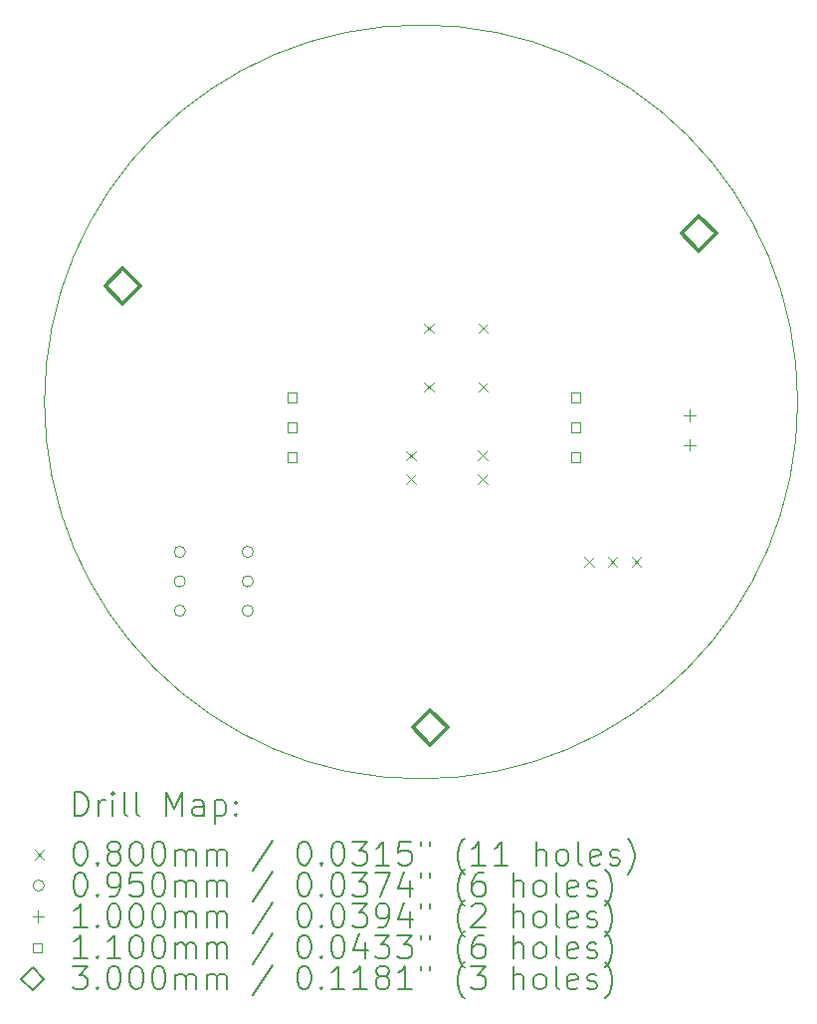
<source format=gbr>
%TF.GenerationSoftware,KiCad,Pcbnew,8.0.4*%
%TF.CreationDate,2024-08-09T17:24:53-06:00*%
%TF.ProjectId,ePotencia,65506f74-656e-4636-9961-2e6b69636164,rev?*%
%TF.SameCoordinates,Original*%
%TF.FileFunction,Drillmap*%
%TF.FilePolarity,Positive*%
%FSLAX45Y45*%
G04 Gerber Fmt 4.5, Leading zero omitted, Abs format (unit mm)*
G04 Created by KiCad (PCBNEW 8.0.4) date 2024-08-09 17:24:53*
%MOMM*%
%LPD*%
G01*
G04 APERTURE LIST*
%ADD10C,0.050000*%
%ADD11C,0.200000*%
%ADD12C,0.100000*%
%ADD13C,0.110000*%
%ADD14C,0.300000*%
G04 APERTURE END LIST*
D10*
X17454317Y-10172500D02*
G75*
G02*
X11045683Y-10172500I-3204317J0D01*
G01*
X11045683Y-10172500D02*
G75*
G02*
X17454317Y-10172500I3204317J0D01*
G01*
D11*
D12*
X14122500Y-10590000D02*
X14202500Y-10670000D01*
X14202500Y-10590000D02*
X14122500Y-10670000D01*
X14122500Y-10790000D02*
X14202500Y-10870000D01*
X14202500Y-10790000D02*
X14122500Y-10870000D01*
X14277500Y-9505000D02*
X14357500Y-9585000D01*
X14357500Y-9505000D02*
X14277500Y-9585000D01*
X14277500Y-10005000D02*
X14357500Y-10085000D01*
X14357500Y-10005000D02*
X14277500Y-10085000D01*
X14735000Y-10587500D02*
X14815000Y-10667500D01*
X14815000Y-10587500D02*
X14735000Y-10667500D01*
X14735000Y-10787500D02*
X14815000Y-10867500D01*
X14815000Y-10787500D02*
X14735000Y-10867500D01*
X14737500Y-9505000D02*
X14817500Y-9585000D01*
X14817500Y-9505000D02*
X14737500Y-9585000D01*
X14737500Y-10005000D02*
X14817500Y-10085000D01*
X14817500Y-10005000D02*
X14737500Y-10085000D01*
X15640000Y-11492500D02*
X15720000Y-11572500D01*
X15720000Y-11492500D02*
X15640000Y-11572500D01*
X15840000Y-11492500D02*
X15920000Y-11572500D01*
X15920000Y-11492500D02*
X15840000Y-11572500D01*
X16040000Y-11492500D02*
X16120000Y-11572500D01*
X16120000Y-11492500D02*
X16040000Y-11572500D01*
X12245000Y-11447500D02*
G75*
G02*
X12150000Y-11447500I-47500J0D01*
G01*
X12150000Y-11447500D02*
G75*
G02*
X12245000Y-11447500I47500J0D01*
G01*
X12245000Y-11697500D02*
G75*
G02*
X12150000Y-11697500I-47500J0D01*
G01*
X12150000Y-11697500D02*
G75*
G02*
X12245000Y-11697500I47500J0D01*
G01*
X12245000Y-11947500D02*
G75*
G02*
X12150000Y-11947500I-47500J0D01*
G01*
X12150000Y-11947500D02*
G75*
G02*
X12245000Y-11947500I47500J0D01*
G01*
X12822500Y-11447500D02*
G75*
G02*
X12727500Y-11447500I-47500J0D01*
G01*
X12727500Y-11447500D02*
G75*
G02*
X12822500Y-11447500I47500J0D01*
G01*
X12822500Y-11697500D02*
G75*
G02*
X12727500Y-11697500I-47500J0D01*
G01*
X12727500Y-11697500D02*
G75*
G02*
X12822500Y-11697500I47500J0D01*
G01*
X12822500Y-11947500D02*
G75*
G02*
X12727500Y-11947500I-47500J0D01*
G01*
X12727500Y-11947500D02*
G75*
G02*
X12822500Y-11947500I47500J0D01*
G01*
X16532500Y-10237500D02*
X16532500Y-10337500D01*
X16482500Y-10287500D02*
X16582500Y-10287500D01*
X16532500Y-10487500D02*
X16532500Y-10587500D01*
X16482500Y-10537500D02*
X16582500Y-10537500D01*
D13*
X13191391Y-10173391D02*
X13191391Y-10095609D01*
X13113609Y-10095609D01*
X13113609Y-10173391D01*
X13191391Y-10173391D01*
X13191391Y-10427391D02*
X13191391Y-10349609D01*
X13113609Y-10349609D01*
X13113609Y-10427391D01*
X13191391Y-10427391D01*
X13191391Y-10681391D02*
X13191391Y-10603609D01*
X13113609Y-10603609D01*
X13113609Y-10681391D01*
X13191391Y-10681391D01*
X15606391Y-10173391D02*
X15606391Y-10095609D01*
X15528609Y-10095609D01*
X15528609Y-10173391D01*
X15606391Y-10173391D01*
X15606391Y-10427391D02*
X15606391Y-10349609D01*
X15528609Y-10349609D01*
X15528609Y-10427391D01*
X15606391Y-10427391D01*
X15606391Y-10681391D02*
X15606391Y-10603609D01*
X15528609Y-10603609D01*
X15528609Y-10681391D01*
X15606391Y-10681391D01*
D14*
X11712500Y-9336817D02*
X11862500Y-9186817D01*
X11712500Y-9036817D01*
X11562500Y-9186817D01*
X11712500Y-9336817D01*
X14327500Y-13089317D02*
X14477500Y-12939317D01*
X14327500Y-12789317D01*
X14177500Y-12939317D01*
X14327500Y-13089317D01*
X16615000Y-8891817D02*
X16765000Y-8741817D01*
X16615000Y-8591817D01*
X16465000Y-8741817D01*
X16615000Y-8891817D01*
D11*
X11303959Y-13690801D02*
X11303959Y-13490801D01*
X11303959Y-13490801D02*
X11351578Y-13490801D01*
X11351578Y-13490801D02*
X11380150Y-13500325D01*
X11380150Y-13500325D02*
X11399197Y-13519373D01*
X11399197Y-13519373D02*
X11408721Y-13538420D01*
X11408721Y-13538420D02*
X11418245Y-13576515D01*
X11418245Y-13576515D02*
X11418245Y-13605087D01*
X11418245Y-13605087D02*
X11408721Y-13643182D01*
X11408721Y-13643182D02*
X11399197Y-13662230D01*
X11399197Y-13662230D02*
X11380150Y-13681277D01*
X11380150Y-13681277D02*
X11351578Y-13690801D01*
X11351578Y-13690801D02*
X11303959Y-13690801D01*
X11503959Y-13690801D02*
X11503959Y-13557468D01*
X11503959Y-13595563D02*
X11513483Y-13576515D01*
X11513483Y-13576515D02*
X11523007Y-13566992D01*
X11523007Y-13566992D02*
X11542055Y-13557468D01*
X11542055Y-13557468D02*
X11561102Y-13557468D01*
X11627769Y-13690801D02*
X11627769Y-13557468D01*
X11627769Y-13490801D02*
X11618245Y-13500325D01*
X11618245Y-13500325D02*
X11627769Y-13509849D01*
X11627769Y-13509849D02*
X11637293Y-13500325D01*
X11637293Y-13500325D02*
X11627769Y-13490801D01*
X11627769Y-13490801D02*
X11627769Y-13509849D01*
X11751578Y-13690801D02*
X11732531Y-13681277D01*
X11732531Y-13681277D02*
X11723007Y-13662230D01*
X11723007Y-13662230D02*
X11723007Y-13490801D01*
X11856340Y-13690801D02*
X11837293Y-13681277D01*
X11837293Y-13681277D02*
X11827769Y-13662230D01*
X11827769Y-13662230D02*
X11827769Y-13490801D01*
X12084912Y-13690801D02*
X12084912Y-13490801D01*
X12084912Y-13490801D02*
X12151578Y-13633658D01*
X12151578Y-13633658D02*
X12218245Y-13490801D01*
X12218245Y-13490801D02*
X12218245Y-13690801D01*
X12399197Y-13690801D02*
X12399197Y-13586039D01*
X12399197Y-13586039D02*
X12389674Y-13566992D01*
X12389674Y-13566992D02*
X12370626Y-13557468D01*
X12370626Y-13557468D02*
X12332531Y-13557468D01*
X12332531Y-13557468D02*
X12313483Y-13566992D01*
X12399197Y-13681277D02*
X12380150Y-13690801D01*
X12380150Y-13690801D02*
X12332531Y-13690801D01*
X12332531Y-13690801D02*
X12313483Y-13681277D01*
X12313483Y-13681277D02*
X12303959Y-13662230D01*
X12303959Y-13662230D02*
X12303959Y-13643182D01*
X12303959Y-13643182D02*
X12313483Y-13624134D01*
X12313483Y-13624134D02*
X12332531Y-13614611D01*
X12332531Y-13614611D02*
X12380150Y-13614611D01*
X12380150Y-13614611D02*
X12399197Y-13605087D01*
X12494436Y-13557468D02*
X12494436Y-13757468D01*
X12494436Y-13566992D02*
X12513483Y-13557468D01*
X12513483Y-13557468D02*
X12551578Y-13557468D01*
X12551578Y-13557468D02*
X12570626Y-13566992D01*
X12570626Y-13566992D02*
X12580150Y-13576515D01*
X12580150Y-13576515D02*
X12589674Y-13595563D01*
X12589674Y-13595563D02*
X12589674Y-13652706D01*
X12589674Y-13652706D02*
X12580150Y-13671753D01*
X12580150Y-13671753D02*
X12570626Y-13681277D01*
X12570626Y-13681277D02*
X12551578Y-13690801D01*
X12551578Y-13690801D02*
X12513483Y-13690801D01*
X12513483Y-13690801D02*
X12494436Y-13681277D01*
X12675388Y-13671753D02*
X12684912Y-13681277D01*
X12684912Y-13681277D02*
X12675388Y-13690801D01*
X12675388Y-13690801D02*
X12665864Y-13681277D01*
X12665864Y-13681277D02*
X12675388Y-13671753D01*
X12675388Y-13671753D02*
X12675388Y-13690801D01*
X12675388Y-13566992D02*
X12684912Y-13576515D01*
X12684912Y-13576515D02*
X12675388Y-13586039D01*
X12675388Y-13586039D02*
X12665864Y-13576515D01*
X12665864Y-13576515D02*
X12675388Y-13566992D01*
X12675388Y-13566992D02*
X12675388Y-13586039D01*
D12*
X10963183Y-13979317D02*
X11043183Y-14059317D01*
X11043183Y-13979317D02*
X10963183Y-14059317D01*
D11*
X11342055Y-13910801D02*
X11361102Y-13910801D01*
X11361102Y-13910801D02*
X11380150Y-13920325D01*
X11380150Y-13920325D02*
X11389674Y-13929849D01*
X11389674Y-13929849D02*
X11399197Y-13948896D01*
X11399197Y-13948896D02*
X11408721Y-13986992D01*
X11408721Y-13986992D02*
X11408721Y-14034611D01*
X11408721Y-14034611D02*
X11399197Y-14072706D01*
X11399197Y-14072706D02*
X11389674Y-14091753D01*
X11389674Y-14091753D02*
X11380150Y-14101277D01*
X11380150Y-14101277D02*
X11361102Y-14110801D01*
X11361102Y-14110801D02*
X11342055Y-14110801D01*
X11342055Y-14110801D02*
X11323007Y-14101277D01*
X11323007Y-14101277D02*
X11313483Y-14091753D01*
X11313483Y-14091753D02*
X11303959Y-14072706D01*
X11303959Y-14072706D02*
X11294436Y-14034611D01*
X11294436Y-14034611D02*
X11294436Y-13986992D01*
X11294436Y-13986992D02*
X11303959Y-13948896D01*
X11303959Y-13948896D02*
X11313483Y-13929849D01*
X11313483Y-13929849D02*
X11323007Y-13920325D01*
X11323007Y-13920325D02*
X11342055Y-13910801D01*
X11494436Y-14091753D02*
X11503959Y-14101277D01*
X11503959Y-14101277D02*
X11494436Y-14110801D01*
X11494436Y-14110801D02*
X11484912Y-14101277D01*
X11484912Y-14101277D02*
X11494436Y-14091753D01*
X11494436Y-14091753D02*
X11494436Y-14110801D01*
X11618245Y-13996515D02*
X11599197Y-13986992D01*
X11599197Y-13986992D02*
X11589674Y-13977468D01*
X11589674Y-13977468D02*
X11580150Y-13958420D01*
X11580150Y-13958420D02*
X11580150Y-13948896D01*
X11580150Y-13948896D02*
X11589674Y-13929849D01*
X11589674Y-13929849D02*
X11599197Y-13920325D01*
X11599197Y-13920325D02*
X11618245Y-13910801D01*
X11618245Y-13910801D02*
X11656340Y-13910801D01*
X11656340Y-13910801D02*
X11675388Y-13920325D01*
X11675388Y-13920325D02*
X11684912Y-13929849D01*
X11684912Y-13929849D02*
X11694436Y-13948896D01*
X11694436Y-13948896D02*
X11694436Y-13958420D01*
X11694436Y-13958420D02*
X11684912Y-13977468D01*
X11684912Y-13977468D02*
X11675388Y-13986992D01*
X11675388Y-13986992D02*
X11656340Y-13996515D01*
X11656340Y-13996515D02*
X11618245Y-13996515D01*
X11618245Y-13996515D02*
X11599197Y-14006039D01*
X11599197Y-14006039D02*
X11589674Y-14015563D01*
X11589674Y-14015563D02*
X11580150Y-14034611D01*
X11580150Y-14034611D02*
X11580150Y-14072706D01*
X11580150Y-14072706D02*
X11589674Y-14091753D01*
X11589674Y-14091753D02*
X11599197Y-14101277D01*
X11599197Y-14101277D02*
X11618245Y-14110801D01*
X11618245Y-14110801D02*
X11656340Y-14110801D01*
X11656340Y-14110801D02*
X11675388Y-14101277D01*
X11675388Y-14101277D02*
X11684912Y-14091753D01*
X11684912Y-14091753D02*
X11694436Y-14072706D01*
X11694436Y-14072706D02*
X11694436Y-14034611D01*
X11694436Y-14034611D02*
X11684912Y-14015563D01*
X11684912Y-14015563D02*
X11675388Y-14006039D01*
X11675388Y-14006039D02*
X11656340Y-13996515D01*
X11818245Y-13910801D02*
X11837293Y-13910801D01*
X11837293Y-13910801D02*
X11856340Y-13920325D01*
X11856340Y-13920325D02*
X11865864Y-13929849D01*
X11865864Y-13929849D02*
X11875388Y-13948896D01*
X11875388Y-13948896D02*
X11884912Y-13986992D01*
X11884912Y-13986992D02*
X11884912Y-14034611D01*
X11884912Y-14034611D02*
X11875388Y-14072706D01*
X11875388Y-14072706D02*
X11865864Y-14091753D01*
X11865864Y-14091753D02*
X11856340Y-14101277D01*
X11856340Y-14101277D02*
X11837293Y-14110801D01*
X11837293Y-14110801D02*
X11818245Y-14110801D01*
X11818245Y-14110801D02*
X11799197Y-14101277D01*
X11799197Y-14101277D02*
X11789674Y-14091753D01*
X11789674Y-14091753D02*
X11780150Y-14072706D01*
X11780150Y-14072706D02*
X11770626Y-14034611D01*
X11770626Y-14034611D02*
X11770626Y-13986992D01*
X11770626Y-13986992D02*
X11780150Y-13948896D01*
X11780150Y-13948896D02*
X11789674Y-13929849D01*
X11789674Y-13929849D02*
X11799197Y-13920325D01*
X11799197Y-13920325D02*
X11818245Y-13910801D01*
X12008721Y-13910801D02*
X12027769Y-13910801D01*
X12027769Y-13910801D02*
X12046817Y-13920325D01*
X12046817Y-13920325D02*
X12056340Y-13929849D01*
X12056340Y-13929849D02*
X12065864Y-13948896D01*
X12065864Y-13948896D02*
X12075388Y-13986992D01*
X12075388Y-13986992D02*
X12075388Y-14034611D01*
X12075388Y-14034611D02*
X12065864Y-14072706D01*
X12065864Y-14072706D02*
X12056340Y-14091753D01*
X12056340Y-14091753D02*
X12046817Y-14101277D01*
X12046817Y-14101277D02*
X12027769Y-14110801D01*
X12027769Y-14110801D02*
X12008721Y-14110801D01*
X12008721Y-14110801D02*
X11989674Y-14101277D01*
X11989674Y-14101277D02*
X11980150Y-14091753D01*
X11980150Y-14091753D02*
X11970626Y-14072706D01*
X11970626Y-14072706D02*
X11961102Y-14034611D01*
X11961102Y-14034611D02*
X11961102Y-13986992D01*
X11961102Y-13986992D02*
X11970626Y-13948896D01*
X11970626Y-13948896D02*
X11980150Y-13929849D01*
X11980150Y-13929849D02*
X11989674Y-13920325D01*
X11989674Y-13920325D02*
X12008721Y-13910801D01*
X12161102Y-14110801D02*
X12161102Y-13977468D01*
X12161102Y-13996515D02*
X12170626Y-13986992D01*
X12170626Y-13986992D02*
X12189674Y-13977468D01*
X12189674Y-13977468D02*
X12218245Y-13977468D01*
X12218245Y-13977468D02*
X12237293Y-13986992D01*
X12237293Y-13986992D02*
X12246817Y-14006039D01*
X12246817Y-14006039D02*
X12246817Y-14110801D01*
X12246817Y-14006039D02*
X12256340Y-13986992D01*
X12256340Y-13986992D02*
X12275388Y-13977468D01*
X12275388Y-13977468D02*
X12303959Y-13977468D01*
X12303959Y-13977468D02*
X12323007Y-13986992D01*
X12323007Y-13986992D02*
X12332531Y-14006039D01*
X12332531Y-14006039D02*
X12332531Y-14110801D01*
X12427769Y-14110801D02*
X12427769Y-13977468D01*
X12427769Y-13996515D02*
X12437293Y-13986992D01*
X12437293Y-13986992D02*
X12456340Y-13977468D01*
X12456340Y-13977468D02*
X12484912Y-13977468D01*
X12484912Y-13977468D02*
X12503959Y-13986992D01*
X12503959Y-13986992D02*
X12513483Y-14006039D01*
X12513483Y-14006039D02*
X12513483Y-14110801D01*
X12513483Y-14006039D02*
X12523007Y-13986992D01*
X12523007Y-13986992D02*
X12542055Y-13977468D01*
X12542055Y-13977468D02*
X12570626Y-13977468D01*
X12570626Y-13977468D02*
X12589674Y-13986992D01*
X12589674Y-13986992D02*
X12599198Y-14006039D01*
X12599198Y-14006039D02*
X12599198Y-14110801D01*
X12989674Y-13901277D02*
X12818245Y-14158420D01*
X13246817Y-13910801D02*
X13265864Y-13910801D01*
X13265864Y-13910801D02*
X13284912Y-13920325D01*
X13284912Y-13920325D02*
X13294436Y-13929849D01*
X13294436Y-13929849D02*
X13303960Y-13948896D01*
X13303960Y-13948896D02*
X13313483Y-13986992D01*
X13313483Y-13986992D02*
X13313483Y-14034611D01*
X13313483Y-14034611D02*
X13303960Y-14072706D01*
X13303960Y-14072706D02*
X13294436Y-14091753D01*
X13294436Y-14091753D02*
X13284912Y-14101277D01*
X13284912Y-14101277D02*
X13265864Y-14110801D01*
X13265864Y-14110801D02*
X13246817Y-14110801D01*
X13246817Y-14110801D02*
X13227769Y-14101277D01*
X13227769Y-14101277D02*
X13218245Y-14091753D01*
X13218245Y-14091753D02*
X13208721Y-14072706D01*
X13208721Y-14072706D02*
X13199198Y-14034611D01*
X13199198Y-14034611D02*
X13199198Y-13986992D01*
X13199198Y-13986992D02*
X13208721Y-13948896D01*
X13208721Y-13948896D02*
X13218245Y-13929849D01*
X13218245Y-13929849D02*
X13227769Y-13920325D01*
X13227769Y-13920325D02*
X13246817Y-13910801D01*
X13399198Y-14091753D02*
X13408721Y-14101277D01*
X13408721Y-14101277D02*
X13399198Y-14110801D01*
X13399198Y-14110801D02*
X13389674Y-14101277D01*
X13389674Y-14101277D02*
X13399198Y-14091753D01*
X13399198Y-14091753D02*
X13399198Y-14110801D01*
X13532531Y-13910801D02*
X13551579Y-13910801D01*
X13551579Y-13910801D02*
X13570626Y-13920325D01*
X13570626Y-13920325D02*
X13580150Y-13929849D01*
X13580150Y-13929849D02*
X13589674Y-13948896D01*
X13589674Y-13948896D02*
X13599198Y-13986992D01*
X13599198Y-13986992D02*
X13599198Y-14034611D01*
X13599198Y-14034611D02*
X13589674Y-14072706D01*
X13589674Y-14072706D02*
X13580150Y-14091753D01*
X13580150Y-14091753D02*
X13570626Y-14101277D01*
X13570626Y-14101277D02*
X13551579Y-14110801D01*
X13551579Y-14110801D02*
X13532531Y-14110801D01*
X13532531Y-14110801D02*
X13513483Y-14101277D01*
X13513483Y-14101277D02*
X13503960Y-14091753D01*
X13503960Y-14091753D02*
X13494436Y-14072706D01*
X13494436Y-14072706D02*
X13484912Y-14034611D01*
X13484912Y-14034611D02*
X13484912Y-13986992D01*
X13484912Y-13986992D02*
X13494436Y-13948896D01*
X13494436Y-13948896D02*
X13503960Y-13929849D01*
X13503960Y-13929849D02*
X13513483Y-13920325D01*
X13513483Y-13920325D02*
X13532531Y-13910801D01*
X13665864Y-13910801D02*
X13789674Y-13910801D01*
X13789674Y-13910801D02*
X13723007Y-13986992D01*
X13723007Y-13986992D02*
X13751579Y-13986992D01*
X13751579Y-13986992D02*
X13770626Y-13996515D01*
X13770626Y-13996515D02*
X13780150Y-14006039D01*
X13780150Y-14006039D02*
X13789674Y-14025087D01*
X13789674Y-14025087D02*
X13789674Y-14072706D01*
X13789674Y-14072706D02*
X13780150Y-14091753D01*
X13780150Y-14091753D02*
X13770626Y-14101277D01*
X13770626Y-14101277D02*
X13751579Y-14110801D01*
X13751579Y-14110801D02*
X13694436Y-14110801D01*
X13694436Y-14110801D02*
X13675388Y-14101277D01*
X13675388Y-14101277D02*
X13665864Y-14091753D01*
X13980150Y-14110801D02*
X13865864Y-14110801D01*
X13923007Y-14110801D02*
X13923007Y-13910801D01*
X13923007Y-13910801D02*
X13903960Y-13939373D01*
X13903960Y-13939373D02*
X13884912Y-13958420D01*
X13884912Y-13958420D02*
X13865864Y-13967944D01*
X14161102Y-13910801D02*
X14065864Y-13910801D01*
X14065864Y-13910801D02*
X14056341Y-14006039D01*
X14056341Y-14006039D02*
X14065864Y-13996515D01*
X14065864Y-13996515D02*
X14084912Y-13986992D01*
X14084912Y-13986992D02*
X14132531Y-13986992D01*
X14132531Y-13986992D02*
X14151579Y-13996515D01*
X14151579Y-13996515D02*
X14161102Y-14006039D01*
X14161102Y-14006039D02*
X14170626Y-14025087D01*
X14170626Y-14025087D02*
X14170626Y-14072706D01*
X14170626Y-14072706D02*
X14161102Y-14091753D01*
X14161102Y-14091753D02*
X14151579Y-14101277D01*
X14151579Y-14101277D02*
X14132531Y-14110801D01*
X14132531Y-14110801D02*
X14084912Y-14110801D01*
X14084912Y-14110801D02*
X14065864Y-14101277D01*
X14065864Y-14101277D02*
X14056341Y-14091753D01*
X14246817Y-13910801D02*
X14246817Y-13948896D01*
X14323007Y-13910801D02*
X14323007Y-13948896D01*
X14618245Y-14186992D02*
X14608722Y-14177468D01*
X14608722Y-14177468D02*
X14589674Y-14148896D01*
X14589674Y-14148896D02*
X14580150Y-14129849D01*
X14580150Y-14129849D02*
X14570626Y-14101277D01*
X14570626Y-14101277D02*
X14561103Y-14053658D01*
X14561103Y-14053658D02*
X14561103Y-14015563D01*
X14561103Y-14015563D02*
X14570626Y-13967944D01*
X14570626Y-13967944D02*
X14580150Y-13939373D01*
X14580150Y-13939373D02*
X14589674Y-13920325D01*
X14589674Y-13920325D02*
X14608722Y-13891753D01*
X14608722Y-13891753D02*
X14618245Y-13882230D01*
X14799198Y-14110801D02*
X14684912Y-14110801D01*
X14742055Y-14110801D02*
X14742055Y-13910801D01*
X14742055Y-13910801D02*
X14723007Y-13939373D01*
X14723007Y-13939373D02*
X14703960Y-13958420D01*
X14703960Y-13958420D02*
X14684912Y-13967944D01*
X14989674Y-14110801D02*
X14875388Y-14110801D01*
X14932531Y-14110801D02*
X14932531Y-13910801D01*
X14932531Y-13910801D02*
X14913483Y-13939373D01*
X14913483Y-13939373D02*
X14894436Y-13958420D01*
X14894436Y-13958420D02*
X14875388Y-13967944D01*
X15227769Y-14110801D02*
X15227769Y-13910801D01*
X15313484Y-14110801D02*
X15313484Y-14006039D01*
X15313484Y-14006039D02*
X15303960Y-13986992D01*
X15303960Y-13986992D02*
X15284912Y-13977468D01*
X15284912Y-13977468D02*
X15256341Y-13977468D01*
X15256341Y-13977468D02*
X15237293Y-13986992D01*
X15237293Y-13986992D02*
X15227769Y-13996515D01*
X15437293Y-14110801D02*
X15418245Y-14101277D01*
X15418245Y-14101277D02*
X15408722Y-14091753D01*
X15408722Y-14091753D02*
X15399198Y-14072706D01*
X15399198Y-14072706D02*
X15399198Y-14015563D01*
X15399198Y-14015563D02*
X15408722Y-13996515D01*
X15408722Y-13996515D02*
X15418245Y-13986992D01*
X15418245Y-13986992D02*
X15437293Y-13977468D01*
X15437293Y-13977468D02*
X15465865Y-13977468D01*
X15465865Y-13977468D02*
X15484912Y-13986992D01*
X15484912Y-13986992D02*
X15494436Y-13996515D01*
X15494436Y-13996515D02*
X15503960Y-14015563D01*
X15503960Y-14015563D02*
X15503960Y-14072706D01*
X15503960Y-14072706D02*
X15494436Y-14091753D01*
X15494436Y-14091753D02*
X15484912Y-14101277D01*
X15484912Y-14101277D02*
X15465865Y-14110801D01*
X15465865Y-14110801D02*
X15437293Y-14110801D01*
X15618245Y-14110801D02*
X15599198Y-14101277D01*
X15599198Y-14101277D02*
X15589674Y-14082230D01*
X15589674Y-14082230D02*
X15589674Y-13910801D01*
X15770626Y-14101277D02*
X15751579Y-14110801D01*
X15751579Y-14110801D02*
X15713484Y-14110801D01*
X15713484Y-14110801D02*
X15694436Y-14101277D01*
X15694436Y-14101277D02*
X15684912Y-14082230D01*
X15684912Y-14082230D02*
X15684912Y-14006039D01*
X15684912Y-14006039D02*
X15694436Y-13986992D01*
X15694436Y-13986992D02*
X15713484Y-13977468D01*
X15713484Y-13977468D02*
X15751579Y-13977468D01*
X15751579Y-13977468D02*
X15770626Y-13986992D01*
X15770626Y-13986992D02*
X15780150Y-14006039D01*
X15780150Y-14006039D02*
X15780150Y-14025087D01*
X15780150Y-14025087D02*
X15684912Y-14044134D01*
X15856341Y-14101277D02*
X15875388Y-14110801D01*
X15875388Y-14110801D02*
X15913484Y-14110801D01*
X15913484Y-14110801D02*
X15932531Y-14101277D01*
X15932531Y-14101277D02*
X15942055Y-14082230D01*
X15942055Y-14082230D02*
X15942055Y-14072706D01*
X15942055Y-14072706D02*
X15932531Y-14053658D01*
X15932531Y-14053658D02*
X15913484Y-14044134D01*
X15913484Y-14044134D02*
X15884912Y-14044134D01*
X15884912Y-14044134D02*
X15865865Y-14034611D01*
X15865865Y-14034611D02*
X15856341Y-14015563D01*
X15856341Y-14015563D02*
X15856341Y-14006039D01*
X15856341Y-14006039D02*
X15865865Y-13986992D01*
X15865865Y-13986992D02*
X15884912Y-13977468D01*
X15884912Y-13977468D02*
X15913484Y-13977468D01*
X15913484Y-13977468D02*
X15932531Y-13986992D01*
X16008722Y-14186992D02*
X16018246Y-14177468D01*
X16018246Y-14177468D02*
X16037293Y-14148896D01*
X16037293Y-14148896D02*
X16046817Y-14129849D01*
X16046817Y-14129849D02*
X16056341Y-14101277D01*
X16056341Y-14101277D02*
X16065865Y-14053658D01*
X16065865Y-14053658D02*
X16065865Y-14015563D01*
X16065865Y-14015563D02*
X16056341Y-13967944D01*
X16056341Y-13967944D02*
X16046817Y-13939373D01*
X16046817Y-13939373D02*
X16037293Y-13920325D01*
X16037293Y-13920325D02*
X16018246Y-13891753D01*
X16018246Y-13891753D02*
X16008722Y-13882230D01*
D12*
X11043183Y-14283317D02*
G75*
G02*
X10948183Y-14283317I-47500J0D01*
G01*
X10948183Y-14283317D02*
G75*
G02*
X11043183Y-14283317I47500J0D01*
G01*
D11*
X11342055Y-14174801D02*
X11361102Y-14174801D01*
X11361102Y-14174801D02*
X11380150Y-14184325D01*
X11380150Y-14184325D02*
X11389674Y-14193849D01*
X11389674Y-14193849D02*
X11399197Y-14212896D01*
X11399197Y-14212896D02*
X11408721Y-14250992D01*
X11408721Y-14250992D02*
X11408721Y-14298611D01*
X11408721Y-14298611D02*
X11399197Y-14336706D01*
X11399197Y-14336706D02*
X11389674Y-14355753D01*
X11389674Y-14355753D02*
X11380150Y-14365277D01*
X11380150Y-14365277D02*
X11361102Y-14374801D01*
X11361102Y-14374801D02*
X11342055Y-14374801D01*
X11342055Y-14374801D02*
X11323007Y-14365277D01*
X11323007Y-14365277D02*
X11313483Y-14355753D01*
X11313483Y-14355753D02*
X11303959Y-14336706D01*
X11303959Y-14336706D02*
X11294436Y-14298611D01*
X11294436Y-14298611D02*
X11294436Y-14250992D01*
X11294436Y-14250992D02*
X11303959Y-14212896D01*
X11303959Y-14212896D02*
X11313483Y-14193849D01*
X11313483Y-14193849D02*
X11323007Y-14184325D01*
X11323007Y-14184325D02*
X11342055Y-14174801D01*
X11494436Y-14355753D02*
X11503959Y-14365277D01*
X11503959Y-14365277D02*
X11494436Y-14374801D01*
X11494436Y-14374801D02*
X11484912Y-14365277D01*
X11484912Y-14365277D02*
X11494436Y-14355753D01*
X11494436Y-14355753D02*
X11494436Y-14374801D01*
X11599197Y-14374801D02*
X11637293Y-14374801D01*
X11637293Y-14374801D02*
X11656340Y-14365277D01*
X11656340Y-14365277D02*
X11665864Y-14355753D01*
X11665864Y-14355753D02*
X11684912Y-14327182D01*
X11684912Y-14327182D02*
X11694436Y-14289087D01*
X11694436Y-14289087D02*
X11694436Y-14212896D01*
X11694436Y-14212896D02*
X11684912Y-14193849D01*
X11684912Y-14193849D02*
X11675388Y-14184325D01*
X11675388Y-14184325D02*
X11656340Y-14174801D01*
X11656340Y-14174801D02*
X11618245Y-14174801D01*
X11618245Y-14174801D02*
X11599197Y-14184325D01*
X11599197Y-14184325D02*
X11589674Y-14193849D01*
X11589674Y-14193849D02*
X11580150Y-14212896D01*
X11580150Y-14212896D02*
X11580150Y-14260515D01*
X11580150Y-14260515D02*
X11589674Y-14279563D01*
X11589674Y-14279563D02*
X11599197Y-14289087D01*
X11599197Y-14289087D02*
X11618245Y-14298611D01*
X11618245Y-14298611D02*
X11656340Y-14298611D01*
X11656340Y-14298611D02*
X11675388Y-14289087D01*
X11675388Y-14289087D02*
X11684912Y-14279563D01*
X11684912Y-14279563D02*
X11694436Y-14260515D01*
X11875388Y-14174801D02*
X11780150Y-14174801D01*
X11780150Y-14174801D02*
X11770626Y-14270039D01*
X11770626Y-14270039D02*
X11780150Y-14260515D01*
X11780150Y-14260515D02*
X11799197Y-14250992D01*
X11799197Y-14250992D02*
X11846817Y-14250992D01*
X11846817Y-14250992D02*
X11865864Y-14260515D01*
X11865864Y-14260515D02*
X11875388Y-14270039D01*
X11875388Y-14270039D02*
X11884912Y-14289087D01*
X11884912Y-14289087D02*
X11884912Y-14336706D01*
X11884912Y-14336706D02*
X11875388Y-14355753D01*
X11875388Y-14355753D02*
X11865864Y-14365277D01*
X11865864Y-14365277D02*
X11846817Y-14374801D01*
X11846817Y-14374801D02*
X11799197Y-14374801D01*
X11799197Y-14374801D02*
X11780150Y-14365277D01*
X11780150Y-14365277D02*
X11770626Y-14355753D01*
X12008721Y-14174801D02*
X12027769Y-14174801D01*
X12027769Y-14174801D02*
X12046817Y-14184325D01*
X12046817Y-14184325D02*
X12056340Y-14193849D01*
X12056340Y-14193849D02*
X12065864Y-14212896D01*
X12065864Y-14212896D02*
X12075388Y-14250992D01*
X12075388Y-14250992D02*
X12075388Y-14298611D01*
X12075388Y-14298611D02*
X12065864Y-14336706D01*
X12065864Y-14336706D02*
X12056340Y-14355753D01*
X12056340Y-14355753D02*
X12046817Y-14365277D01*
X12046817Y-14365277D02*
X12027769Y-14374801D01*
X12027769Y-14374801D02*
X12008721Y-14374801D01*
X12008721Y-14374801D02*
X11989674Y-14365277D01*
X11989674Y-14365277D02*
X11980150Y-14355753D01*
X11980150Y-14355753D02*
X11970626Y-14336706D01*
X11970626Y-14336706D02*
X11961102Y-14298611D01*
X11961102Y-14298611D02*
X11961102Y-14250992D01*
X11961102Y-14250992D02*
X11970626Y-14212896D01*
X11970626Y-14212896D02*
X11980150Y-14193849D01*
X11980150Y-14193849D02*
X11989674Y-14184325D01*
X11989674Y-14184325D02*
X12008721Y-14174801D01*
X12161102Y-14374801D02*
X12161102Y-14241468D01*
X12161102Y-14260515D02*
X12170626Y-14250992D01*
X12170626Y-14250992D02*
X12189674Y-14241468D01*
X12189674Y-14241468D02*
X12218245Y-14241468D01*
X12218245Y-14241468D02*
X12237293Y-14250992D01*
X12237293Y-14250992D02*
X12246817Y-14270039D01*
X12246817Y-14270039D02*
X12246817Y-14374801D01*
X12246817Y-14270039D02*
X12256340Y-14250992D01*
X12256340Y-14250992D02*
X12275388Y-14241468D01*
X12275388Y-14241468D02*
X12303959Y-14241468D01*
X12303959Y-14241468D02*
X12323007Y-14250992D01*
X12323007Y-14250992D02*
X12332531Y-14270039D01*
X12332531Y-14270039D02*
X12332531Y-14374801D01*
X12427769Y-14374801D02*
X12427769Y-14241468D01*
X12427769Y-14260515D02*
X12437293Y-14250992D01*
X12437293Y-14250992D02*
X12456340Y-14241468D01*
X12456340Y-14241468D02*
X12484912Y-14241468D01*
X12484912Y-14241468D02*
X12503959Y-14250992D01*
X12503959Y-14250992D02*
X12513483Y-14270039D01*
X12513483Y-14270039D02*
X12513483Y-14374801D01*
X12513483Y-14270039D02*
X12523007Y-14250992D01*
X12523007Y-14250992D02*
X12542055Y-14241468D01*
X12542055Y-14241468D02*
X12570626Y-14241468D01*
X12570626Y-14241468D02*
X12589674Y-14250992D01*
X12589674Y-14250992D02*
X12599198Y-14270039D01*
X12599198Y-14270039D02*
X12599198Y-14374801D01*
X12989674Y-14165277D02*
X12818245Y-14422420D01*
X13246817Y-14174801D02*
X13265864Y-14174801D01*
X13265864Y-14174801D02*
X13284912Y-14184325D01*
X13284912Y-14184325D02*
X13294436Y-14193849D01*
X13294436Y-14193849D02*
X13303960Y-14212896D01*
X13303960Y-14212896D02*
X13313483Y-14250992D01*
X13313483Y-14250992D02*
X13313483Y-14298611D01*
X13313483Y-14298611D02*
X13303960Y-14336706D01*
X13303960Y-14336706D02*
X13294436Y-14355753D01*
X13294436Y-14355753D02*
X13284912Y-14365277D01*
X13284912Y-14365277D02*
X13265864Y-14374801D01*
X13265864Y-14374801D02*
X13246817Y-14374801D01*
X13246817Y-14374801D02*
X13227769Y-14365277D01*
X13227769Y-14365277D02*
X13218245Y-14355753D01*
X13218245Y-14355753D02*
X13208721Y-14336706D01*
X13208721Y-14336706D02*
X13199198Y-14298611D01*
X13199198Y-14298611D02*
X13199198Y-14250992D01*
X13199198Y-14250992D02*
X13208721Y-14212896D01*
X13208721Y-14212896D02*
X13218245Y-14193849D01*
X13218245Y-14193849D02*
X13227769Y-14184325D01*
X13227769Y-14184325D02*
X13246817Y-14174801D01*
X13399198Y-14355753D02*
X13408721Y-14365277D01*
X13408721Y-14365277D02*
X13399198Y-14374801D01*
X13399198Y-14374801D02*
X13389674Y-14365277D01*
X13389674Y-14365277D02*
X13399198Y-14355753D01*
X13399198Y-14355753D02*
X13399198Y-14374801D01*
X13532531Y-14174801D02*
X13551579Y-14174801D01*
X13551579Y-14174801D02*
X13570626Y-14184325D01*
X13570626Y-14184325D02*
X13580150Y-14193849D01*
X13580150Y-14193849D02*
X13589674Y-14212896D01*
X13589674Y-14212896D02*
X13599198Y-14250992D01*
X13599198Y-14250992D02*
X13599198Y-14298611D01*
X13599198Y-14298611D02*
X13589674Y-14336706D01*
X13589674Y-14336706D02*
X13580150Y-14355753D01*
X13580150Y-14355753D02*
X13570626Y-14365277D01*
X13570626Y-14365277D02*
X13551579Y-14374801D01*
X13551579Y-14374801D02*
X13532531Y-14374801D01*
X13532531Y-14374801D02*
X13513483Y-14365277D01*
X13513483Y-14365277D02*
X13503960Y-14355753D01*
X13503960Y-14355753D02*
X13494436Y-14336706D01*
X13494436Y-14336706D02*
X13484912Y-14298611D01*
X13484912Y-14298611D02*
X13484912Y-14250992D01*
X13484912Y-14250992D02*
X13494436Y-14212896D01*
X13494436Y-14212896D02*
X13503960Y-14193849D01*
X13503960Y-14193849D02*
X13513483Y-14184325D01*
X13513483Y-14184325D02*
X13532531Y-14174801D01*
X13665864Y-14174801D02*
X13789674Y-14174801D01*
X13789674Y-14174801D02*
X13723007Y-14250992D01*
X13723007Y-14250992D02*
X13751579Y-14250992D01*
X13751579Y-14250992D02*
X13770626Y-14260515D01*
X13770626Y-14260515D02*
X13780150Y-14270039D01*
X13780150Y-14270039D02*
X13789674Y-14289087D01*
X13789674Y-14289087D02*
X13789674Y-14336706D01*
X13789674Y-14336706D02*
X13780150Y-14355753D01*
X13780150Y-14355753D02*
X13770626Y-14365277D01*
X13770626Y-14365277D02*
X13751579Y-14374801D01*
X13751579Y-14374801D02*
X13694436Y-14374801D01*
X13694436Y-14374801D02*
X13675388Y-14365277D01*
X13675388Y-14365277D02*
X13665864Y-14355753D01*
X13856341Y-14174801D02*
X13989674Y-14174801D01*
X13989674Y-14174801D02*
X13903960Y-14374801D01*
X14151579Y-14241468D02*
X14151579Y-14374801D01*
X14103960Y-14165277D02*
X14056341Y-14308134D01*
X14056341Y-14308134D02*
X14180150Y-14308134D01*
X14246817Y-14174801D02*
X14246817Y-14212896D01*
X14323007Y-14174801D02*
X14323007Y-14212896D01*
X14618245Y-14450992D02*
X14608722Y-14441468D01*
X14608722Y-14441468D02*
X14589674Y-14412896D01*
X14589674Y-14412896D02*
X14580150Y-14393849D01*
X14580150Y-14393849D02*
X14570626Y-14365277D01*
X14570626Y-14365277D02*
X14561103Y-14317658D01*
X14561103Y-14317658D02*
X14561103Y-14279563D01*
X14561103Y-14279563D02*
X14570626Y-14231944D01*
X14570626Y-14231944D02*
X14580150Y-14203373D01*
X14580150Y-14203373D02*
X14589674Y-14184325D01*
X14589674Y-14184325D02*
X14608722Y-14155753D01*
X14608722Y-14155753D02*
X14618245Y-14146230D01*
X14780150Y-14174801D02*
X14742055Y-14174801D01*
X14742055Y-14174801D02*
X14723007Y-14184325D01*
X14723007Y-14184325D02*
X14713483Y-14193849D01*
X14713483Y-14193849D02*
X14694436Y-14222420D01*
X14694436Y-14222420D02*
X14684912Y-14260515D01*
X14684912Y-14260515D02*
X14684912Y-14336706D01*
X14684912Y-14336706D02*
X14694436Y-14355753D01*
X14694436Y-14355753D02*
X14703960Y-14365277D01*
X14703960Y-14365277D02*
X14723007Y-14374801D01*
X14723007Y-14374801D02*
X14761103Y-14374801D01*
X14761103Y-14374801D02*
X14780150Y-14365277D01*
X14780150Y-14365277D02*
X14789674Y-14355753D01*
X14789674Y-14355753D02*
X14799198Y-14336706D01*
X14799198Y-14336706D02*
X14799198Y-14289087D01*
X14799198Y-14289087D02*
X14789674Y-14270039D01*
X14789674Y-14270039D02*
X14780150Y-14260515D01*
X14780150Y-14260515D02*
X14761103Y-14250992D01*
X14761103Y-14250992D02*
X14723007Y-14250992D01*
X14723007Y-14250992D02*
X14703960Y-14260515D01*
X14703960Y-14260515D02*
X14694436Y-14270039D01*
X14694436Y-14270039D02*
X14684912Y-14289087D01*
X15037293Y-14374801D02*
X15037293Y-14174801D01*
X15123007Y-14374801D02*
X15123007Y-14270039D01*
X15123007Y-14270039D02*
X15113484Y-14250992D01*
X15113484Y-14250992D02*
X15094436Y-14241468D01*
X15094436Y-14241468D02*
X15065864Y-14241468D01*
X15065864Y-14241468D02*
X15046817Y-14250992D01*
X15046817Y-14250992D02*
X15037293Y-14260515D01*
X15246817Y-14374801D02*
X15227769Y-14365277D01*
X15227769Y-14365277D02*
X15218245Y-14355753D01*
X15218245Y-14355753D02*
X15208722Y-14336706D01*
X15208722Y-14336706D02*
X15208722Y-14279563D01*
X15208722Y-14279563D02*
X15218245Y-14260515D01*
X15218245Y-14260515D02*
X15227769Y-14250992D01*
X15227769Y-14250992D02*
X15246817Y-14241468D01*
X15246817Y-14241468D02*
X15275388Y-14241468D01*
X15275388Y-14241468D02*
X15294436Y-14250992D01*
X15294436Y-14250992D02*
X15303960Y-14260515D01*
X15303960Y-14260515D02*
X15313484Y-14279563D01*
X15313484Y-14279563D02*
X15313484Y-14336706D01*
X15313484Y-14336706D02*
X15303960Y-14355753D01*
X15303960Y-14355753D02*
X15294436Y-14365277D01*
X15294436Y-14365277D02*
X15275388Y-14374801D01*
X15275388Y-14374801D02*
X15246817Y-14374801D01*
X15427769Y-14374801D02*
X15408722Y-14365277D01*
X15408722Y-14365277D02*
X15399198Y-14346230D01*
X15399198Y-14346230D02*
X15399198Y-14174801D01*
X15580150Y-14365277D02*
X15561103Y-14374801D01*
X15561103Y-14374801D02*
X15523007Y-14374801D01*
X15523007Y-14374801D02*
X15503960Y-14365277D01*
X15503960Y-14365277D02*
X15494436Y-14346230D01*
X15494436Y-14346230D02*
X15494436Y-14270039D01*
X15494436Y-14270039D02*
X15503960Y-14250992D01*
X15503960Y-14250992D02*
X15523007Y-14241468D01*
X15523007Y-14241468D02*
X15561103Y-14241468D01*
X15561103Y-14241468D02*
X15580150Y-14250992D01*
X15580150Y-14250992D02*
X15589674Y-14270039D01*
X15589674Y-14270039D02*
X15589674Y-14289087D01*
X15589674Y-14289087D02*
X15494436Y-14308134D01*
X15665865Y-14365277D02*
X15684912Y-14374801D01*
X15684912Y-14374801D02*
X15723007Y-14374801D01*
X15723007Y-14374801D02*
X15742055Y-14365277D01*
X15742055Y-14365277D02*
X15751579Y-14346230D01*
X15751579Y-14346230D02*
X15751579Y-14336706D01*
X15751579Y-14336706D02*
X15742055Y-14317658D01*
X15742055Y-14317658D02*
X15723007Y-14308134D01*
X15723007Y-14308134D02*
X15694436Y-14308134D01*
X15694436Y-14308134D02*
X15675388Y-14298611D01*
X15675388Y-14298611D02*
X15665865Y-14279563D01*
X15665865Y-14279563D02*
X15665865Y-14270039D01*
X15665865Y-14270039D02*
X15675388Y-14250992D01*
X15675388Y-14250992D02*
X15694436Y-14241468D01*
X15694436Y-14241468D02*
X15723007Y-14241468D01*
X15723007Y-14241468D02*
X15742055Y-14250992D01*
X15818246Y-14450992D02*
X15827769Y-14441468D01*
X15827769Y-14441468D02*
X15846817Y-14412896D01*
X15846817Y-14412896D02*
X15856341Y-14393849D01*
X15856341Y-14393849D02*
X15865865Y-14365277D01*
X15865865Y-14365277D02*
X15875388Y-14317658D01*
X15875388Y-14317658D02*
X15875388Y-14279563D01*
X15875388Y-14279563D02*
X15865865Y-14231944D01*
X15865865Y-14231944D02*
X15856341Y-14203373D01*
X15856341Y-14203373D02*
X15846817Y-14184325D01*
X15846817Y-14184325D02*
X15827769Y-14155753D01*
X15827769Y-14155753D02*
X15818246Y-14146230D01*
D12*
X10993183Y-14497317D02*
X10993183Y-14597317D01*
X10943183Y-14547317D02*
X11043183Y-14547317D01*
D11*
X11408721Y-14638801D02*
X11294436Y-14638801D01*
X11351578Y-14638801D02*
X11351578Y-14438801D01*
X11351578Y-14438801D02*
X11332531Y-14467373D01*
X11332531Y-14467373D02*
X11313483Y-14486420D01*
X11313483Y-14486420D02*
X11294436Y-14495944D01*
X11494436Y-14619753D02*
X11503959Y-14629277D01*
X11503959Y-14629277D02*
X11494436Y-14638801D01*
X11494436Y-14638801D02*
X11484912Y-14629277D01*
X11484912Y-14629277D02*
X11494436Y-14619753D01*
X11494436Y-14619753D02*
X11494436Y-14638801D01*
X11627769Y-14438801D02*
X11646817Y-14438801D01*
X11646817Y-14438801D02*
X11665864Y-14448325D01*
X11665864Y-14448325D02*
X11675388Y-14457849D01*
X11675388Y-14457849D02*
X11684912Y-14476896D01*
X11684912Y-14476896D02*
X11694436Y-14514992D01*
X11694436Y-14514992D02*
X11694436Y-14562611D01*
X11694436Y-14562611D02*
X11684912Y-14600706D01*
X11684912Y-14600706D02*
X11675388Y-14619753D01*
X11675388Y-14619753D02*
X11665864Y-14629277D01*
X11665864Y-14629277D02*
X11646817Y-14638801D01*
X11646817Y-14638801D02*
X11627769Y-14638801D01*
X11627769Y-14638801D02*
X11608721Y-14629277D01*
X11608721Y-14629277D02*
X11599197Y-14619753D01*
X11599197Y-14619753D02*
X11589674Y-14600706D01*
X11589674Y-14600706D02*
X11580150Y-14562611D01*
X11580150Y-14562611D02*
X11580150Y-14514992D01*
X11580150Y-14514992D02*
X11589674Y-14476896D01*
X11589674Y-14476896D02*
X11599197Y-14457849D01*
X11599197Y-14457849D02*
X11608721Y-14448325D01*
X11608721Y-14448325D02*
X11627769Y-14438801D01*
X11818245Y-14438801D02*
X11837293Y-14438801D01*
X11837293Y-14438801D02*
X11856340Y-14448325D01*
X11856340Y-14448325D02*
X11865864Y-14457849D01*
X11865864Y-14457849D02*
X11875388Y-14476896D01*
X11875388Y-14476896D02*
X11884912Y-14514992D01*
X11884912Y-14514992D02*
X11884912Y-14562611D01*
X11884912Y-14562611D02*
X11875388Y-14600706D01*
X11875388Y-14600706D02*
X11865864Y-14619753D01*
X11865864Y-14619753D02*
X11856340Y-14629277D01*
X11856340Y-14629277D02*
X11837293Y-14638801D01*
X11837293Y-14638801D02*
X11818245Y-14638801D01*
X11818245Y-14638801D02*
X11799197Y-14629277D01*
X11799197Y-14629277D02*
X11789674Y-14619753D01*
X11789674Y-14619753D02*
X11780150Y-14600706D01*
X11780150Y-14600706D02*
X11770626Y-14562611D01*
X11770626Y-14562611D02*
X11770626Y-14514992D01*
X11770626Y-14514992D02*
X11780150Y-14476896D01*
X11780150Y-14476896D02*
X11789674Y-14457849D01*
X11789674Y-14457849D02*
X11799197Y-14448325D01*
X11799197Y-14448325D02*
X11818245Y-14438801D01*
X12008721Y-14438801D02*
X12027769Y-14438801D01*
X12027769Y-14438801D02*
X12046817Y-14448325D01*
X12046817Y-14448325D02*
X12056340Y-14457849D01*
X12056340Y-14457849D02*
X12065864Y-14476896D01*
X12065864Y-14476896D02*
X12075388Y-14514992D01*
X12075388Y-14514992D02*
X12075388Y-14562611D01*
X12075388Y-14562611D02*
X12065864Y-14600706D01*
X12065864Y-14600706D02*
X12056340Y-14619753D01*
X12056340Y-14619753D02*
X12046817Y-14629277D01*
X12046817Y-14629277D02*
X12027769Y-14638801D01*
X12027769Y-14638801D02*
X12008721Y-14638801D01*
X12008721Y-14638801D02*
X11989674Y-14629277D01*
X11989674Y-14629277D02*
X11980150Y-14619753D01*
X11980150Y-14619753D02*
X11970626Y-14600706D01*
X11970626Y-14600706D02*
X11961102Y-14562611D01*
X11961102Y-14562611D02*
X11961102Y-14514992D01*
X11961102Y-14514992D02*
X11970626Y-14476896D01*
X11970626Y-14476896D02*
X11980150Y-14457849D01*
X11980150Y-14457849D02*
X11989674Y-14448325D01*
X11989674Y-14448325D02*
X12008721Y-14438801D01*
X12161102Y-14638801D02*
X12161102Y-14505468D01*
X12161102Y-14524515D02*
X12170626Y-14514992D01*
X12170626Y-14514992D02*
X12189674Y-14505468D01*
X12189674Y-14505468D02*
X12218245Y-14505468D01*
X12218245Y-14505468D02*
X12237293Y-14514992D01*
X12237293Y-14514992D02*
X12246817Y-14534039D01*
X12246817Y-14534039D02*
X12246817Y-14638801D01*
X12246817Y-14534039D02*
X12256340Y-14514992D01*
X12256340Y-14514992D02*
X12275388Y-14505468D01*
X12275388Y-14505468D02*
X12303959Y-14505468D01*
X12303959Y-14505468D02*
X12323007Y-14514992D01*
X12323007Y-14514992D02*
X12332531Y-14534039D01*
X12332531Y-14534039D02*
X12332531Y-14638801D01*
X12427769Y-14638801D02*
X12427769Y-14505468D01*
X12427769Y-14524515D02*
X12437293Y-14514992D01*
X12437293Y-14514992D02*
X12456340Y-14505468D01*
X12456340Y-14505468D02*
X12484912Y-14505468D01*
X12484912Y-14505468D02*
X12503959Y-14514992D01*
X12503959Y-14514992D02*
X12513483Y-14534039D01*
X12513483Y-14534039D02*
X12513483Y-14638801D01*
X12513483Y-14534039D02*
X12523007Y-14514992D01*
X12523007Y-14514992D02*
X12542055Y-14505468D01*
X12542055Y-14505468D02*
X12570626Y-14505468D01*
X12570626Y-14505468D02*
X12589674Y-14514992D01*
X12589674Y-14514992D02*
X12599198Y-14534039D01*
X12599198Y-14534039D02*
X12599198Y-14638801D01*
X12989674Y-14429277D02*
X12818245Y-14686420D01*
X13246817Y-14438801D02*
X13265864Y-14438801D01*
X13265864Y-14438801D02*
X13284912Y-14448325D01*
X13284912Y-14448325D02*
X13294436Y-14457849D01*
X13294436Y-14457849D02*
X13303960Y-14476896D01*
X13303960Y-14476896D02*
X13313483Y-14514992D01*
X13313483Y-14514992D02*
X13313483Y-14562611D01*
X13313483Y-14562611D02*
X13303960Y-14600706D01*
X13303960Y-14600706D02*
X13294436Y-14619753D01*
X13294436Y-14619753D02*
X13284912Y-14629277D01*
X13284912Y-14629277D02*
X13265864Y-14638801D01*
X13265864Y-14638801D02*
X13246817Y-14638801D01*
X13246817Y-14638801D02*
X13227769Y-14629277D01*
X13227769Y-14629277D02*
X13218245Y-14619753D01*
X13218245Y-14619753D02*
X13208721Y-14600706D01*
X13208721Y-14600706D02*
X13199198Y-14562611D01*
X13199198Y-14562611D02*
X13199198Y-14514992D01*
X13199198Y-14514992D02*
X13208721Y-14476896D01*
X13208721Y-14476896D02*
X13218245Y-14457849D01*
X13218245Y-14457849D02*
X13227769Y-14448325D01*
X13227769Y-14448325D02*
X13246817Y-14438801D01*
X13399198Y-14619753D02*
X13408721Y-14629277D01*
X13408721Y-14629277D02*
X13399198Y-14638801D01*
X13399198Y-14638801D02*
X13389674Y-14629277D01*
X13389674Y-14629277D02*
X13399198Y-14619753D01*
X13399198Y-14619753D02*
X13399198Y-14638801D01*
X13532531Y-14438801D02*
X13551579Y-14438801D01*
X13551579Y-14438801D02*
X13570626Y-14448325D01*
X13570626Y-14448325D02*
X13580150Y-14457849D01*
X13580150Y-14457849D02*
X13589674Y-14476896D01*
X13589674Y-14476896D02*
X13599198Y-14514992D01*
X13599198Y-14514992D02*
X13599198Y-14562611D01*
X13599198Y-14562611D02*
X13589674Y-14600706D01*
X13589674Y-14600706D02*
X13580150Y-14619753D01*
X13580150Y-14619753D02*
X13570626Y-14629277D01*
X13570626Y-14629277D02*
X13551579Y-14638801D01*
X13551579Y-14638801D02*
X13532531Y-14638801D01*
X13532531Y-14638801D02*
X13513483Y-14629277D01*
X13513483Y-14629277D02*
X13503960Y-14619753D01*
X13503960Y-14619753D02*
X13494436Y-14600706D01*
X13494436Y-14600706D02*
X13484912Y-14562611D01*
X13484912Y-14562611D02*
X13484912Y-14514992D01*
X13484912Y-14514992D02*
X13494436Y-14476896D01*
X13494436Y-14476896D02*
X13503960Y-14457849D01*
X13503960Y-14457849D02*
X13513483Y-14448325D01*
X13513483Y-14448325D02*
X13532531Y-14438801D01*
X13665864Y-14438801D02*
X13789674Y-14438801D01*
X13789674Y-14438801D02*
X13723007Y-14514992D01*
X13723007Y-14514992D02*
X13751579Y-14514992D01*
X13751579Y-14514992D02*
X13770626Y-14524515D01*
X13770626Y-14524515D02*
X13780150Y-14534039D01*
X13780150Y-14534039D02*
X13789674Y-14553087D01*
X13789674Y-14553087D02*
X13789674Y-14600706D01*
X13789674Y-14600706D02*
X13780150Y-14619753D01*
X13780150Y-14619753D02*
X13770626Y-14629277D01*
X13770626Y-14629277D02*
X13751579Y-14638801D01*
X13751579Y-14638801D02*
X13694436Y-14638801D01*
X13694436Y-14638801D02*
X13675388Y-14629277D01*
X13675388Y-14629277D02*
X13665864Y-14619753D01*
X13884912Y-14638801D02*
X13923007Y-14638801D01*
X13923007Y-14638801D02*
X13942055Y-14629277D01*
X13942055Y-14629277D02*
X13951579Y-14619753D01*
X13951579Y-14619753D02*
X13970626Y-14591182D01*
X13970626Y-14591182D02*
X13980150Y-14553087D01*
X13980150Y-14553087D02*
X13980150Y-14476896D01*
X13980150Y-14476896D02*
X13970626Y-14457849D01*
X13970626Y-14457849D02*
X13961102Y-14448325D01*
X13961102Y-14448325D02*
X13942055Y-14438801D01*
X13942055Y-14438801D02*
X13903960Y-14438801D01*
X13903960Y-14438801D02*
X13884912Y-14448325D01*
X13884912Y-14448325D02*
X13875388Y-14457849D01*
X13875388Y-14457849D02*
X13865864Y-14476896D01*
X13865864Y-14476896D02*
X13865864Y-14524515D01*
X13865864Y-14524515D02*
X13875388Y-14543563D01*
X13875388Y-14543563D02*
X13884912Y-14553087D01*
X13884912Y-14553087D02*
X13903960Y-14562611D01*
X13903960Y-14562611D02*
X13942055Y-14562611D01*
X13942055Y-14562611D02*
X13961102Y-14553087D01*
X13961102Y-14553087D02*
X13970626Y-14543563D01*
X13970626Y-14543563D02*
X13980150Y-14524515D01*
X14151579Y-14505468D02*
X14151579Y-14638801D01*
X14103960Y-14429277D02*
X14056341Y-14572134D01*
X14056341Y-14572134D02*
X14180150Y-14572134D01*
X14246817Y-14438801D02*
X14246817Y-14476896D01*
X14323007Y-14438801D02*
X14323007Y-14476896D01*
X14618245Y-14714992D02*
X14608722Y-14705468D01*
X14608722Y-14705468D02*
X14589674Y-14676896D01*
X14589674Y-14676896D02*
X14580150Y-14657849D01*
X14580150Y-14657849D02*
X14570626Y-14629277D01*
X14570626Y-14629277D02*
X14561103Y-14581658D01*
X14561103Y-14581658D02*
X14561103Y-14543563D01*
X14561103Y-14543563D02*
X14570626Y-14495944D01*
X14570626Y-14495944D02*
X14580150Y-14467373D01*
X14580150Y-14467373D02*
X14589674Y-14448325D01*
X14589674Y-14448325D02*
X14608722Y-14419753D01*
X14608722Y-14419753D02*
X14618245Y-14410230D01*
X14684912Y-14457849D02*
X14694436Y-14448325D01*
X14694436Y-14448325D02*
X14713483Y-14438801D01*
X14713483Y-14438801D02*
X14761103Y-14438801D01*
X14761103Y-14438801D02*
X14780150Y-14448325D01*
X14780150Y-14448325D02*
X14789674Y-14457849D01*
X14789674Y-14457849D02*
X14799198Y-14476896D01*
X14799198Y-14476896D02*
X14799198Y-14495944D01*
X14799198Y-14495944D02*
X14789674Y-14524515D01*
X14789674Y-14524515D02*
X14675388Y-14638801D01*
X14675388Y-14638801D02*
X14799198Y-14638801D01*
X15037293Y-14638801D02*
X15037293Y-14438801D01*
X15123007Y-14638801D02*
X15123007Y-14534039D01*
X15123007Y-14534039D02*
X15113484Y-14514992D01*
X15113484Y-14514992D02*
X15094436Y-14505468D01*
X15094436Y-14505468D02*
X15065864Y-14505468D01*
X15065864Y-14505468D02*
X15046817Y-14514992D01*
X15046817Y-14514992D02*
X15037293Y-14524515D01*
X15246817Y-14638801D02*
X15227769Y-14629277D01*
X15227769Y-14629277D02*
X15218245Y-14619753D01*
X15218245Y-14619753D02*
X15208722Y-14600706D01*
X15208722Y-14600706D02*
X15208722Y-14543563D01*
X15208722Y-14543563D02*
X15218245Y-14524515D01*
X15218245Y-14524515D02*
X15227769Y-14514992D01*
X15227769Y-14514992D02*
X15246817Y-14505468D01*
X15246817Y-14505468D02*
X15275388Y-14505468D01*
X15275388Y-14505468D02*
X15294436Y-14514992D01*
X15294436Y-14514992D02*
X15303960Y-14524515D01*
X15303960Y-14524515D02*
X15313484Y-14543563D01*
X15313484Y-14543563D02*
X15313484Y-14600706D01*
X15313484Y-14600706D02*
X15303960Y-14619753D01*
X15303960Y-14619753D02*
X15294436Y-14629277D01*
X15294436Y-14629277D02*
X15275388Y-14638801D01*
X15275388Y-14638801D02*
X15246817Y-14638801D01*
X15427769Y-14638801D02*
X15408722Y-14629277D01*
X15408722Y-14629277D02*
X15399198Y-14610230D01*
X15399198Y-14610230D02*
X15399198Y-14438801D01*
X15580150Y-14629277D02*
X15561103Y-14638801D01*
X15561103Y-14638801D02*
X15523007Y-14638801D01*
X15523007Y-14638801D02*
X15503960Y-14629277D01*
X15503960Y-14629277D02*
X15494436Y-14610230D01*
X15494436Y-14610230D02*
X15494436Y-14534039D01*
X15494436Y-14534039D02*
X15503960Y-14514992D01*
X15503960Y-14514992D02*
X15523007Y-14505468D01*
X15523007Y-14505468D02*
X15561103Y-14505468D01*
X15561103Y-14505468D02*
X15580150Y-14514992D01*
X15580150Y-14514992D02*
X15589674Y-14534039D01*
X15589674Y-14534039D02*
X15589674Y-14553087D01*
X15589674Y-14553087D02*
X15494436Y-14572134D01*
X15665865Y-14629277D02*
X15684912Y-14638801D01*
X15684912Y-14638801D02*
X15723007Y-14638801D01*
X15723007Y-14638801D02*
X15742055Y-14629277D01*
X15742055Y-14629277D02*
X15751579Y-14610230D01*
X15751579Y-14610230D02*
X15751579Y-14600706D01*
X15751579Y-14600706D02*
X15742055Y-14581658D01*
X15742055Y-14581658D02*
X15723007Y-14572134D01*
X15723007Y-14572134D02*
X15694436Y-14572134D01*
X15694436Y-14572134D02*
X15675388Y-14562611D01*
X15675388Y-14562611D02*
X15665865Y-14543563D01*
X15665865Y-14543563D02*
X15665865Y-14534039D01*
X15665865Y-14534039D02*
X15675388Y-14514992D01*
X15675388Y-14514992D02*
X15694436Y-14505468D01*
X15694436Y-14505468D02*
X15723007Y-14505468D01*
X15723007Y-14505468D02*
X15742055Y-14514992D01*
X15818246Y-14714992D02*
X15827769Y-14705468D01*
X15827769Y-14705468D02*
X15846817Y-14676896D01*
X15846817Y-14676896D02*
X15856341Y-14657849D01*
X15856341Y-14657849D02*
X15865865Y-14629277D01*
X15865865Y-14629277D02*
X15875388Y-14581658D01*
X15875388Y-14581658D02*
X15875388Y-14543563D01*
X15875388Y-14543563D02*
X15865865Y-14495944D01*
X15865865Y-14495944D02*
X15856341Y-14467373D01*
X15856341Y-14467373D02*
X15846817Y-14448325D01*
X15846817Y-14448325D02*
X15827769Y-14419753D01*
X15827769Y-14419753D02*
X15818246Y-14410230D01*
D13*
X11027074Y-14850209D02*
X11027074Y-14772426D01*
X10949291Y-14772426D01*
X10949291Y-14850209D01*
X11027074Y-14850209D01*
D11*
X11408721Y-14902801D02*
X11294436Y-14902801D01*
X11351578Y-14902801D02*
X11351578Y-14702801D01*
X11351578Y-14702801D02*
X11332531Y-14731373D01*
X11332531Y-14731373D02*
X11313483Y-14750420D01*
X11313483Y-14750420D02*
X11294436Y-14759944D01*
X11494436Y-14883753D02*
X11503959Y-14893277D01*
X11503959Y-14893277D02*
X11494436Y-14902801D01*
X11494436Y-14902801D02*
X11484912Y-14893277D01*
X11484912Y-14893277D02*
X11494436Y-14883753D01*
X11494436Y-14883753D02*
X11494436Y-14902801D01*
X11694436Y-14902801D02*
X11580150Y-14902801D01*
X11637293Y-14902801D02*
X11637293Y-14702801D01*
X11637293Y-14702801D02*
X11618245Y-14731373D01*
X11618245Y-14731373D02*
X11599197Y-14750420D01*
X11599197Y-14750420D02*
X11580150Y-14759944D01*
X11818245Y-14702801D02*
X11837293Y-14702801D01*
X11837293Y-14702801D02*
X11856340Y-14712325D01*
X11856340Y-14712325D02*
X11865864Y-14721849D01*
X11865864Y-14721849D02*
X11875388Y-14740896D01*
X11875388Y-14740896D02*
X11884912Y-14778992D01*
X11884912Y-14778992D02*
X11884912Y-14826611D01*
X11884912Y-14826611D02*
X11875388Y-14864706D01*
X11875388Y-14864706D02*
X11865864Y-14883753D01*
X11865864Y-14883753D02*
X11856340Y-14893277D01*
X11856340Y-14893277D02*
X11837293Y-14902801D01*
X11837293Y-14902801D02*
X11818245Y-14902801D01*
X11818245Y-14902801D02*
X11799197Y-14893277D01*
X11799197Y-14893277D02*
X11789674Y-14883753D01*
X11789674Y-14883753D02*
X11780150Y-14864706D01*
X11780150Y-14864706D02*
X11770626Y-14826611D01*
X11770626Y-14826611D02*
X11770626Y-14778992D01*
X11770626Y-14778992D02*
X11780150Y-14740896D01*
X11780150Y-14740896D02*
X11789674Y-14721849D01*
X11789674Y-14721849D02*
X11799197Y-14712325D01*
X11799197Y-14712325D02*
X11818245Y-14702801D01*
X12008721Y-14702801D02*
X12027769Y-14702801D01*
X12027769Y-14702801D02*
X12046817Y-14712325D01*
X12046817Y-14712325D02*
X12056340Y-14721849D01*
X12056340Y-14721849D02*
X12065864Y-14740896D01*
X12065864Y-14740896D02*
X12075388Y-14778992D01*
X12075388Y-14778992D02*
X12075388Y-14826611D01*
X12075388Y-14826611D02*
X12065864Y-14864706D01*
X12065864Y-14864706D02*
X12056340Y-14883753D01*
X12056340Y-14883753D02*
X12046817Y-14893277D01*
X12046817Y-14893277D02*
X12027769Y-14902801D01*
X12027769Y-14902801D02*
X12008721Y-14902801D01*
X12008721Y-14902801D02*
X11989674Y-14893277D01*
X11989674Y-14893277D02*
X11980150Y-14883753D01*
X11980150Y-14883753D02*
X11970626Y-14864706D01*
X11970626Y-14864706D02*
X11961102Y-14826611D01*
X11961102Y-14826611D02*
X11961102Y-14778992D01*
X11961102Y-14778992D02*
X11970626Y-14740896D01*
X11970626Y-14740896D02*
X11980150Y-14721849D01*
X11980150Y-14721849D02*
X11989674Y-14712325D01*
X11989674Y-14712325D02*
X12008721Y-14702801D01*
X12161102Y-14902801D02*
X12161102Y-14769468D01*
X12161102Y-14788515D02*
X12170626Y-14778992D01*
X12170626Y-14778992D02*
X12189674Y-14769468D01*
X12189674Y-14769468D02*
X12218245Y-14769468D01*
X12218245Y-14769468D02*
X12237293Y-14778992D01*
X12237293Y-14778992D02*
X12246817Y-14798039D01*
X12246817Y-14798039D02*
X12246817Y-14902801D01*
X12246817Y-14798039D02*
X12256340Y-14778992D01*
X12256340Y-14778992D02*
X12275388Y-14769468D01*
X12275388Y-14769468D02*
X12303959Y-14769468D01*
X12303959Y-14769468D02*
X12323007Y-14778992D01*
X12323007Y-14778992D02*
X12332531Y-14798039D01*
X12332531Y-14798039D02*
X12332531Y-14902801D01*
X12427769Y-14902801D02*
X12427769Y-14769468D01*
X12427769Y-14788515D02*
X12437293Y-14778992D01*
X12437293Y-14778992D02*
X12456340Y-14769468D01*
X12456340Y-14769468D02*
X12484912Y-14769468D01*
X12484912Y-14769468D02*
X12503959Y-14778992D01*
X12503959Y-14778992D02*
X12513483Y-14798039D01*
X12513483Y-14798039D02*
X12513483Y-14902801D01*
X12513483Y-14798039D02*
X12523007Y-14778992D01*
X12523007Y-14778992D02*
X12542055Y-14769468D01*
X12542055Y-14769468D02*
X12570626Y-14769468D01*
X12570626Y-14769468D02*
X12589674Y-14778992D01*
X12589674Y-14778992D02*
X12599198Y-14798039D01*
X12599198Y-14798039D02*
X12599198Y-14902801D01*
X12989674Y-14693277D02*
X12818245Y-14950420D01*
X13246817Y-14702801D02*
X13265864Y-14702801D01*
X13265864Y-14702801D02*
X13284912Y-14712325D01*
X13284912Y-14712325D02*
X13294436Y-14721849D01*
X13294436Y-14721849D02*
X13303960Y-14740896D01*
X13303960Y-14740896D02*
X13313483Y-14778992D01*
X13313483Y-14778992D02*
X13313483Y-14826611D01*
X13313483Y-14826611D02*
X13303960Y-14864706D01*
X13303960Y-14864706D02*
X13294436Y-14883753D01*
X13294436Y-14883753D02*
X13284912Y-14893277D01*
X13284912Y-14893277D02*
X13265864Y-14902801D01*
X13265864Y-14902801D02*
X13246817Y-14902801D01*
X13246817Y-14902801D02*
X13227769Y-14893277D01*
X13227769Y-14893277D02*
X13218245Y-14883753D01*
X13218245Y-14883753D02*
X13208721Y-14864706D01*
X13208721Y-14864706D02*
X13199198Y-14826611D01*
X13199198Y-14826611D02*
X13199198Y-14778992D01*
X13199198Y-14778992D02*
X13208721Y-14740896D01*
X13208721Y-14740896D02*
X13218245Y-14721849D01*
X13218245Y-14721849D02*
X13227769Y-14712325D01*
X13227769Y-14712325D02*
X13246817Y-14702801D01*
X13399198Y-14883753D02*
X13408721Y-14893277D01*
X13408721Y-14893277D02*
X13399198Y-14902801D01*
X13399198Y-14902801D02*
X13389674Y-14893277D01*
X13389674Y-14893277D02*
X13399198Y-14883753D01*
X13399198Y-14883753D02*
X13399198Y-14902801D01*
X13532531Y-14702801D02*
X13551579Y-14702801D01*
X13551579Y-14702801D02*
X13570626Y-14712325D01*
X13570626Y-14712325D02*
X13580150Y-14721849D01*
X13580150Y-14721849D02*
X13589674Y-14740896D01*
X13589674Y-14740896D02*
X13599198Y-14778992D01*
X13599198Y-14778992D02*
X13599198Y-14826611D01*
X13599198Y-14826611D02*
X13589674Y-14864706D01*
X13589674Y-14864706D02*
X13580150Y-14883753D01*
X13580150Y-14883753D02*
X13570626Y-14893277D01*
X13570626Y-14893277D02*
X13551579Y-14902801D01*
X13551579Y-14902801D02*
X13532531Y-14902801D01*
X13532531Y-14902801D02*
X13513483Y-14893277D01*
X13513483Y-14893277D02*
X13503960Y-14883753D01*
X13503960Y-14883753D02*
X13494436Y-14864706D01*
X13494436Y-14864706D02*
X13484912Y-14826611D01*
X13484912Y-14826611D02*
X13484912Y-14778992D01*
X13484912Y-14778992D02*
X13494436Y-14740896D01*
X13494436Y-14740896D02*
X13503960Y-14721849D01*
X13503960Y-14721849D02*
X13513483Y-14712325D01*
X13513483Y-14712325D02*
X13532531Y-14702801D01*
X13770626Y-14769468D02*
X13770626Y-14902801D01*
X13723007Y-14693277D02*
X13675388Y-14836134D01*
X13675388Y-14836134D02*
X13799198Y-14836134D01*
X13856341Y-14702801D02*
X13980150Y-14702801D01*
X13980150Y-14702801D02*
X13913483Y-14778992D01*
X13913483Y-14778992D02*
X13942055Y-14778992D01*
X13942055Y-14778992D02*
X13961102Y-14788515D01*
X13961102Y-14788515D02*
X13970626Y-14798039D01*
X13970626Y-14798039D02*
X13980150Y-14817087D01*
X13980150Y-14817087D02*
X13980150Y-14864706D01*
X13980150Y-14864706D02*
X13970626Y-14883753D01*
X13970626Y-14883753D02*
X13961102Y-14893277D01*
X13961102Y-14893277D02*
X13942055Y-14902801D01*
X13942055Y-14902801D02*
X13884912Y-14902801D01*
X13884912Y-14902801D02*
X13865864Y-14893277D01*
X13865864Y-14893277D02*
X13856341Y-14883753D01*
X14046817Y-14702801D02*
X14170626Y-14702801D01*
X14170626Y-14702801D02*
X14103960Y-14778992D01*
X14103960Y-14778992D02*
X14132531Y-14778992D01*
X14132531Y-14778992D02*
X14151579Y-14788515D01*
X14151579Y-14788515D02*
X14161102Y-14798039D01*
X14161102Y-14798039D02*
X14170626Y-14817087D01*
X14170626Y-14817087D02*
X14170626Y-14864706D01*
X14170626Y-14864706D02*
X14161102Y-14883753D01*
X14161102Y-14883753D02*
X14151579Y-14893277D01*
X14151579Y-14893277D02*
X14132531Y-14902801D01*
X14132531Y-14902801D02*
X14075388Y-14902801D01*
X14075388Y-14902801D02*
X14056341Y-14893277D01*
X14056341Y-14893277D02*
X14046817Y-14883753D01*
X14246817Y-14702801D02*
X14246817Y-14740896D01*
X14323007Y-14702801D02*
X14323007Y-14740896D01*
X14618245Y-14978992D02*
X14608722Y-14969468D01*
X14608722Y-14969468D02*
X14589674Y-14940896D01*
X14589674Y-14940896D02*
X14580150Y-14921849D01*
X14580150Y-14921849D02*
X14570626Y-14893277D01*
X14570626Y-14893277D02*
X14561103Y-14845658D01*
X14561103Y-14845658D02*
X14561103Y-14807563D01*
X14561103Y-14807563D02*
X14570626Y-14759944D01*
X14570626Y-14759944D02*
X14580150Y-14731373D01*
X14580150Y-14731373D02*
X14589674Y-14712325D01*
X14589674Y-14712325D02*
X14608722Y-14683753D01*
X14608722Y-14683753D02*
X14618245Y-14674230D01*
X14780150Y-14702801D02*
X14742055Y-14702801D01*
X14742055Y-14702801D02*
X14723007Y-14712325D01*
X14723007Y-14712325D02*
X14713483Y-14721849D01*
X14713483Y-14721849D02*
X14694436Y-14750420D01*
X14694436Y-14750420D02*
X14684912Y-14788515D01*
X14684912Y-14788515D02*
X14684912Y-14864706D01*
X14684912Y-14864706D02*
X14694436Y-14883753D01*
X14694436Y-14883753D02*
X14703960Y-14893277D01*
X14703960Y-14893277D02*
X14723007Y-14902801D01*
X14723007Y-14902801D02*
X14761103Y-14902801D01*
X14761103Y-14902801D02*
X14780150Y-14893277D01*
X14780150Y-14893277D02*
X14789674Y-14883753D01*
X14789674Y-14883753D02*
X14799198Y-14864706D01*
X14799198Y-14864706D02*
X14799198Y-14817087D01*
X14799198Y-14817087D02*
X14789674Y-14798039D01*
X14789674Y-14798039D02*
X14780150Y-14788515D01*
X14780150Y-14788515D02*
X14761103Y-14778992D01*
X14761103Y-14778992D02*
X14723007Y-14778992D01*
X14723007Y-14778992D02*
X14703960Y-14788515D01*
X14703960Y-14788515D02*
X14694436Y-14798039D01*
X14694436Y-14798039D02*
X14684912Y-14817087D01*
X15037293Y-14902801D02*
X15037293Y-14702801D01*
X15123007Y-14902801D02*
X15123007Y-14798039D01*
X15123007Y-14798039D02*
X15113484Y-14778992D01*
X15113484Y-14778992D02*
X15094436Y-14769468D01*
X15094436Y-14769468D02*
X15065864Y-14769468D01*
X15065864Y-14769468D02*
X15046817Y-14778992D01*
X15046817Y-14778992D02*
X15037293Y-14788515D01*
X15246817Y-14902801D02*
X15227769Y-14893277D01*
X15227769Y-14893277D02*
X15218245Y-14883753D01*
X15218245Y-14883753D02*
X15208722Y-14864706D01*
X15208722Y-14864706D02*
X15208722Y-14807563D01*
X15208722Y-14807563D02*
X15218245Y-14788515D01*
X15218245Y-14788515D02*
X15227769Y-14778992D01*
X15227769Y-14778992D02*
X15246817Y-14769468D01*
X15246817Y-14769468D02*
X15275388Y-14769468D01*
X15275388Y-14769468D02*
X15294436Y-14778992D01*
X15294436Y-14778992D02*
X15303960Y-14788515D01*
X15303960Y-14788515D02*
X15313484Y-14807563D01*
X15313484Y-14807563D02*
X15313484Y-14864706D01*
X15313484Y-14864706D02*
X15303960Y-14883753D01*
X15303960Y-14883753D02*
X15294436Y-14893277D01*
X15294436Y-14893277D02*
X15275388Y-14902801D01*
X15275388Y-14902801D02*
X15246817Y-14902801D01*
X15427769Y-14902801D02*
X15408722Y-14893277D01*
X15408722Y-14893277D02*
X15399198Y-14874230D01*
X15399198Y-14874230D02*
X15399198Y-14702801D01*
X15580150Y-14893277D02*
X15561103Y-14902801D01*
X15561103Y-14902801D02*
X15523007Y-14902801D01*
X15523007Y-14902801D02*
X15503960Y-14893277D01*
X15503960Y-14893277D02*
X15494436Y-14874230D01*
X15494436Y-14874230D02*
X15494436Y-14798039D01*
X15494436Y-14798039D02*
X15503960Y-14778992D01*
X15503960Y-14778992D02*
X15523007Y-14769468D01*
X15523007Y-14769468D02*
X15561103Y-14769468D01*
X15561103Y-14769468D02*
X15580150Y-14778992D01*
X15580150Y-14778992D02*
X15589674Y-14798039D01*
X15589674Y-14798039D02*
X15589674Y-14817087D01*
X15589674Y-14817087D02*
X15494436Y-14836134D01*
X15665865Y-14893277D02*
X15684912Y-14902801D01*
X15684912Y-14902801D02*
X15723007Y-14902801D01*
X15723007Y-14902801D02*
X15742055Y-14893277D01*
X15742055Y-14893277D02*
X15751579Y-14874230D01*
X15751579Y-14874230D02*
X15751579Y-14864706D01*
X15751579Y-14864706D02*
X15742055Y-14845658D01*
X15742055Y-14845658D02*
X15723007Y-14836134D01*
X15723007Y-14836134D02*
X15694436Y-14836134D01*
X15694436Y-14836134D02*
X15675388Y-14826611D01*
X15675388Y-14826611D02*
X15665865Y-14807563D01*
X15665865Y-14807563D02*
X15665865Y-14798039D01*
X15665865Y-14798039D02*
X15675388Y-14778992D01*
X15675388Y-14778992D02*
X15694436Y-14769468D01*
X15694436Y-14769468D02*
X15723007Y-14769468D01*
X15723007Y-14769468D02*
X15742055Y-14778992D01*
X15818246Y-14978992D02*
X15827769Y-14969468D01*
X15827769Y-14969468D02*
X15846817Y-14940896D01*
X15846817Y-14940896D02*
X15856341Y-14921849D01*
X15856341Y-14921849D02*
X15865865Y-14893277D01*
X15865865Y-14893277D02*
X15875388Y-14845658D01*
X15875388Y-14845658D02*
X15875388Y-14807563D01*
X15875388Y-14807563D02*
X15865865Y-14759944D01*
X15865865Y-14759944D02*
X15856341Y-14731373D01*
X15856341Y-14731373D02*
X15846817Y-14712325D01*
X15846817Y-14712325D02*
X15827769Y-14683753D01*
X15827769Y-14683753D02*
X15818246Y-14674230D01*
X10943183Y-15175317D02*
X11043183Y-15075317D01*
X10943183Y-14975317D01*
X10843183Y-15075317D01*
X10943183Y-15175317D01*
X11284912Y-14966801D02*
X11408721Y-14966801D01*
X11408721Y-14966801D02*
X11342055Y-15042992D01*
X11342055Y-15042992D02*
X11370626Y-15042992D01*
X11370626Y-15042992D02*
X11389674Y-15052515D01*
X11389674Y-15052515D02*
X11399197Y-15062039D01*
X11399197Y-15062039D02*
X11408721Y-15081087D01*
X11408721Y-15081087D02*
X11408721Y-15128706D01*
X11408721Y-15128706D02*
X11399197Y-15147753D01*
X11399197Y-15147753D02*
X11389674Y-15157277D01*
X11389674Y-15157277D02*
X11370626Y-15166801D01*
X11370626Y-15166801D02*
X11313483Y-15166801D01*
X11313483Y-15166801D02*
X11294436Y-15157277D01*
X11294436Y-15157277D02*
X11284912Y-15147753D01*
X11494436Y-15147753D02*
X11503959Y-15157277D01*
X11503959Y-15157277D02*
X11494436Y-15166801D01*
X11494436Y-15166801D02*
X11484912Y-15157277D01*
X11484912Y-15157277D02*
X11494436Y-15147753D01*
X11494436Y-15147753D02*
X11494436Y-15166801D01*
X11627769Y-14966801D02*
X11646817Y-14966801D01*
X11646817Y-14966801D02*
X11665864Y-14976325D01*
X11665864Y-14976325D02*
X11675388Y-14985849D01*
X11675388Y-14985849D02*
X11684912Y-15004896D01*
X11684912Y-15004896D02*
X11694436Y-15042992D01*
X11694436Y-15042992D02*
X11694436Y-15090611D01*
X11694436Y-15090611D02*
X11684912Y-15128706D01*
X11684912Y-15128706D02*
X11675388Y-15147753D01*
X11675388Y-15147753D02*
X11665864Y-15157277D01*
X11665864Y-15157277D02*
X11646817Y-15166801D01*
X11646817Y-15166801D02*
X11627769Y-15166801D01*
X11627769Y-15166801D02*
X11608721Y-15157277D01*
X11608721Y-15157277D02*
X11599197Y-15147753D01*
X11599197Y-15147753D02*
X11589674Y-15128706D01*
X11589674Y-15128706D02*
X11580150Y-15090611D01*
X11580150Y-15090611D02*
X11580150Y-15042992D01*
X11580150Y-15042992D02*
X11589674Y-15004896D01*
X11589674Y-15004896D02*
X11599197Y-14985849D01*
X11599197Y-14985849D02*
X11608721Y-14976325D01*
X11608721Y-14976325D02*
X11627769Y-14966801D01*
X11818245Y-14966801D02*
X11837293Y-14966801D01*
X11837293Y-14966801D02*
X11856340Y-14976325D01*
X11856340Y-14976325D02*
X11865864Y-14985849D01*
X11865864Y-14985849D02*
X11875388Y-15004896D01*
X11875388Y-15004896D02*
X11884912Y-15042992D01*
X11884912Y-15042992D02*
X11884912Y-15090611D01*
X11884912Y-15090611D02*
X11875388Y-15128706D01*
X11875388Y-15128706D02*
X11865864Y-15147753D01*
X11865864Y-15147753D02*
X11856340Y-15157277D01*
X11856340Y-15157277D02*
X11837293Y-15166801D01*
X11837293Y-15166801D02*
X11818245Y-15166801D01*
X11818245Y-15166801D02*
X11799197Y-15157277D01*
X11799197Y-15157277D02*
X11789674Y-15147753D01*
X11789674Y-15147753D02*
X11780150Y-15128706D01*
X11780150Y-15128706D02*
X11770626Y-15090611D01*
X11770626Y-15090611D02*
X11770626Y-15042992D01*
X11770626Y-15042992D02*
X11780150Y-15004896D01*
X11780150Y-15004896D02*
X11789674Y-14985849D01*
X11789674Y-14985849D02*
X11799197Y-14976325D01*
X11799197Y-14976325D02*
X11818245Y-14966801D01*
X12008721Y-14966801D02*
X12027769Y-14966801D01*
X12027769Y-14966801D02*
X12046817Y-14976325D01*
X12046817Y-14976325D02*
X12056340Y-14985849D01*
X12056340Y-14985849D02*
X12065864Y-15004896D01*
X12065864Y-15004896D02*
X12075388Y-15042992D01*
X12075388Y-15042992D02*
X12075388Y-15090611D01*
X12075388Y-15090611D02*
X12065864Y-15128706D01*
X12065864Y-15128706D02*
X12056340Y-15147753D01*
X12056340Y-15147753D02*
X12046817Y-15157277D01*
X12046817Y-15157277D02*
X12027769Y-15166801D01*
X12027769Y-15166801D02*
X12008721Y-15166801D01*
X12008721Y-15166801D02*
X11989674Y-15157277D01*
X11989674Y-15157277D02*
X11980150Y-15147753D01*
X11980150Y-15147753D02*
X11970626Y-15128706D01*
X11970626Y-15128706D02*
X11961102Y-15090611D01*
X11961102Y-15090611D02*
X11961102Y-15042992D01*
X11961102Y-15042992D02*
X11970626Y-15004896D01*
X11970626Y-15004896D02*
X11980150Y-14985849D01*
X11980150Y-14985849D02*
X11989674Y-14976325D01*
X11989674Y-14976325D02*
X12008721Y-14966801D01*
X12161102Y-15166801D02*
X12161102Y-15033468D01*
X12161102Y-15052515D02*
X12170626Y-15042992D01*
X12170626Y-15042992D02*
X12189674Y-15033468D01*
X12189674Y-15033468D02*
X12218245Y-15033468D01*
X12218245Y-15033468D02*
X12237293Y-15042992D01*
X12237293Y-15042992D02*
X12246817Y-15062039D01*
X12246817Y-15062039D02*
X12246817Y-15166801D01*
X12246817Y-15062039D02*
X12256340Y-15042992D01*
X12256340Y-15042992D02*
X12275388Y-15033468D01*
X12275388Y-15033468D02*
X12303959Y-15033468D01*
X12303959Y-15033468D02*
X12323007Y-15042992D01*
X12323007Y-15042992D02*
X12332531Y-15062039D01*
X12332531Y-15062039D02*
X12332531Y-15166801D01*
X12427769Y-15166801D02*
X12427769Y-15033468D01*
X12427769Y-15052515D02*
X12437293Y-15042992D01*
X12437293Y-15042992D02*
X12456340Y-15033468D01*
X12456340Y-15033468D02*
X12484912Y-15033468D01*
X12484912Y-15033468D02*
X12503959Y-15042992D01*
X12503959Y-15042992D02*
X12513483Y-15062039D01*
X12513483Y-15062039D02*
X12513483Y-15166801D01*
X12513483Y-15062039D02*
X12523007Y-15042992D01*
X12523007Y-15042992D02*
X12542055Y-15033468D01*
X12542055Y-15033468D02*
X12570626Y-15033468D01*
X12570626Y-15033468D02*
X12589674Y-15042992D01*
X12589674Y-15042992D02*
X12599198Y-15062039D01*
X12599198Y-15062039D02*
X12599198Y-15166801D01*
X12989674Y-14957277D02*
X12818245Y-15214420D01*
X13246817Y-14966801D02*
X13265864Y-14966801D01*
X13265864Y-14966801D02*
X13284912Y-14976325D01*
X13284912Y-14976325D02*
X13294436Y-14985849D01*
X13294436Y-14985849D02*
X13303960Y-15004896D01*
X13303960Y-15004896D02*
X13313483Y-15042992D01*
X13313483Y-15042992D02*
X13313483Y-15090611D01*
X13313483Y-15090611D02*
X13303960Y-15128706D01*
X13303960Y-15128706D02*
X13294436Y-15147753D01*
X13294436Y-15147753D02*
X13284912Y-15157277D01*
X13284912Y-15157277D02*
X13265864Y-15166801D01*
X13265864Y-15166801D02*
X13246817Y-15166801D01*
X13246817Y-15166801D02*
X13227769Y-15157277D01*
X13227769Y-15157277D02*
X13218245Y-15147753D01*
X13218245Y-15147753D02*
X13208721Y-15128706D01*
X13208721Y-15128706D02*
X13199198Y-15090611D01*
X13199198Y-15090611D02*
X13199198Y-15042992D01*
X13199198Y-15042992D02*
X13208721Y-15004896D01*
X13208721Y-15004896D02*
X13218245Y-14985849D01*
X13218245Y-14985849D02*
X13227769Y-14976325D01*
X13227769Y-14976325D02*
X13246817Y-14966801D01*
X13399198Y-15147753D02*
X13408721Y-15157277D01*
X13408721Y-15157277D02*
X13399198Y-15166801D01*
X13399198Y-15166801D02*
X13389674Y-15157277D01*
X13389674Y-15157277D02*
X13399198Y-15147753D01*
X13399198Y-15147753D02*
X13399198Y-15166801D01*
X13599198Y-15166801D02*
X13484912Y-15166801D01*
X13542055Y-15166801D02*
X13542055Y-14966801D01*
X13542055Y-14966801D02*
X13523007Y-14995373D01*
X13523007Y-14995373D02*
X13503960Y-15014420D01*
X13503960Y-15014420D02*
X13484912Y-15023944D01*
X13789674Y-15166801D02*
X13675388Y-15166801D01*
X13732531Y-15166801D02*
X13732531Y-14966801D01*
X13732531Y-14966801D02*
X13713483Y-14995373D01*
X13713483Y-14995373D02*
X13694436Y-15014420D01*
X13694436Y-15014420D02*
X13675388Y-15023944D01*
X13903960Y-15052515D02*
X13884912Y-15042992D01*
X13884912Y-15042992D02*
X13875388Y-15033468D01*
X13875388Y-15033468D02*
X13865864Y-15014420D01*
X13865864Y-15014420D02*
X13865864Y-15004896D01*
X13865864Y-15004896D02*
X13875388Y-14985849D01*
X13875388Y-14985849D02*
X13884912Y-14976325D01*
X13884912Y-14976325D02*
X13903960Y-14966801D01*
X13903960Y-14966801D02*
X13942055Y-14966801D01*
X13942055Y-14966801D02*
X13961102Y-14976325D01*
X13961102Y-14976325D02*
X13970626Y-14985849D01*
X13970626Y-14985849D02*
X13980150Y-15004896D01*
X13980150Y-15004896D02*
X13980150Y-15014420D01*
X13980150Y-15014420D02*
X13970626Y-15033468D01*
X13970626Y-15033468D02*
X13961102Y-15042992D01*
X13961102Y-15042992D02*
X13942055Y-15052515D01*
X13942055Y-15052515D02*
X13903960Y-15052515D01*
X13903960Y-15052515D02*
X13884912Y-15062039D01*
X13884912Y-15062039D02*
X13875388Y-15071563D01*
X13875388Y-15071563D02*
X13865864Y-15090611D01*
X13865864Y-15090611D02*
X13865864Y-15128706D01*
X13865864Y-15128706D02*
X13875388Y-15147753D01*
X13875388Y-15147753D02*
X13884912Y-15157277D01*
X13884912Y-15157277D02*
X13903960Y-15166801D01*
X13903960Y-15166801D02*
X13942055Y-15166801D01*
X13942055Y-15166801D02*
X13961102Y-15157277D01*
X13961102Y-15157277D02*
X13970626Y-15147753D01*
X13970626Y-15147753D02*
X13980150Y-15128706D01*
X13980150Y-15128706D02*
X13980150Y-15090611D01*
X13980150Y-15090611D02*
X13970626Y-15071563D01*
X13970626Y-15071563D02*
X13961102Y-15062039D01*
X13961102Y-15062039D02*
X13942055Y-15052515D01*
X14170626Y-15166801D02*
X14056341Y-15166801D01*
X14113483Y-15166801D02*
X14113483Y-14966801D01*
X14113483Y-14966801D02*
X14094436Y-14995373D01*
X14094436Y-14995373D02*
X14075388Y-15014420D01*
X14075388Y-15014420D02*
X14056341Y-15023944D01*
X14246817Y-14966801D02*
X14246817Y-15004896D01*
X14323007Y-14966801D02*
X14323007Y-15004896D01*
X14618245Y-15242992D02*
X14608722Y-15233468D01*
X14608722Y-15233468D02*
X14589674Y-15204896D01*
X14589674Y-15204896D02*
X14580150Y-15185849D01*
X14580150Y-15185849D02*
X14570626Y-15157277D01*
X14570626Y-15157277D02*
X14561103Y-15109658D01*
X14561103Y-15109658D02*
X14561103Y-15071563D01*
X14561103Y-15071563D02*
X14570626Y-15023944D01*
X14570626Y-15023944D02*
X14580150Y-14995373D01*
X14580150Y-14995373D02*
X14589674Y-14976325D01*
X14589674Y-14976325D02*
X14608722Y-14947753D01*
X14608722Y-14947753D02*
X14618245Y-14938230D01*
X14675388Y-14966801D02*
X14799198Y-14966801D01*
X14799198Y-14966801D02*
X14732531Y-15042992D01*
X14732531Y-15042992D02*
X14761103Y-15042992D01*
X14761103Y-15042992D02*
X14780150Y-15052515D01*
X14780150Y-15052515D02*
X14789674Y-15062039D01*
X14789674Y-15062039D02*
X14799198Y-15081087D01*
X14799198Y-15081087D02*
X14799198Y-15128706D01*
X14799198Y-15128706D02*
X14789674Y-15147753D01*
X14789674Y-15147753D02*
X14780150Y-15157277D01*
X14780150Y-15157277D02*
X14761103Y-15166801D01*
X14761103Y-15166801D02*
X14703960Y-15166801D01*
X14703960Y-15166801D02*
X14684912Y-15157277D01*
X14684912Y-15157277D02*
X14675388Y-15147753D01*
X15037293Y-15166801D02*
X15037293Y-14966801D01*
X15123007Y-15166801D02*
X15123007Y-15062039D01*
X15123007Y-15062039D02*
X15113484Y-15042992D01*
X15113484Y-15042992D02*
X15094436Y-15033468D01*
X15094436Y-15033468D02*
X15065864Y-15033468D01*
X15065864Y-15033468D02*
X15046817Y-15042992D01*
X15046817Y-15042992D02*
X15037293Y-15052515D01*
X15246817Y-15166801D02*
X15227769Y-15157277D01*
X15227769Y-15157277D02*
X15218245Y-15147753D01*
X15218245Y-15147753D02*
X15208722Y-15128706D01*
X15208722Y-15128706D02*
X15208722Y-15071563D01*
X15208722Y-15071563D02*
X15218245Y-15052515D01*
X15218245Y-15052515D02*
X15227769Y-15042992D01*
X15227769Y-15042992D02*
X15246817Y-15033468D01*
X15246817Y-15033468D02*
X15275388Y-15033468D01*
X15275388Y-15033468D02*
X15294436Y-15042992D01*
X15294436Y-15042992D02*
X15303960Y-15052515D01*
X15303960Y-15052515D02*
X15313484Y-15071563D01*
X15313484Y-15071563D02*
X15313484Y-15128706D01*
X15313484Y-15128706D02*
X15303960Y-15147753D01*
X15303960Y-15147753D02*
X15294436Y-15157277D01*
X15294436Y-15157277D02*
X15275388Y-15166801D01*
X15275388Y-15166801D02*
X15246817Y-15166801D01*
X15427769Y-15166801D02*
X15408722Y-15157277D01*
X15408722Y-15157277D02*
X15399198Y-15138230D01*
X15399198Y-15138230D02*
X15399198Y-14966801D01*
X15580150Y-15157277D02*
X15561103Y-15166801D01*
X15561103Y-15166801D02*
X15523007Y-15166801D01*
X15523007Y-15166801D02*
X15503960Y-15157277D01*
X15503960Y-15157277D02*
X15494436Y-15138230D01*
X15494436Y-15138230D02*
X15494436Y-15062039D01*
X15494436Y-15062039D02*
X15503960Y-15042992D01*
X15503960Y-15042992D02*
X15523007Y-15033468D01*
X15523007Y-15033468D02*
X15561103Y-15033468D01*
X15561103Y-15033468D02*
X15580150Y-15042992D01*
X15580150Y-15042992D02*
X15589674Y-15062039D01*
X15589674Y-15062039D02*
X15589674Y-15081087D01*
X15589674Y-15081087D02*
X15494436Y-15100134D01*
X15665865Y-15157277D02*
X15684912Y-15166801D01*
X15684912Y-15166801D02*
X15723007Y-15166801D01*
X15723007Y-15166801D02*
X15742055Y-15157277D01*
X15742055Y-15157277D02*
X15751579Y-15138230D01*
X15751579Y-15138230D02*
X15751579Y-15128706D01*
X15751579Y-15128706D02*
X15742055Y-15109658D01*
X15742055Y-15109658D02*
X15723007Y-15100134D01*
X15723007Y-15100134D02*
X15694436Y-15100134D01*
X15694436Y-15100134D02*
X15675388Y-15090611D01*
X15675388Y-15090611D02*
X15665865Y-15071563D01*
X15665865Y-15071563D02*
X15665865Y-15062039D01*
X15665865Y-15062039D02*
X15675388Y-15042992D01*
X15675388Y-15042992D02*
X15694436Y-15033468D01*
X15694436Y-15033468D02*
X15723007Y-15033468D01*
X15723007Y-15033468D02*
X15742055Y-15042992D01*
X15818246Y-15242992D02*
X15827769Y-15233468D01*
X15827769Y-15233468D02*
X15846817Y-15204896D01*
X15846817Y-15204896D02*
X15856341Y-15185849D01*
X15856341Y-15185849D02*
X15865865Y-15157277D01*
X15865865Y-15157277D02*
X15875388Y-15109658D01*
X15875388Y-15109658D02*
X15875388Y-15071563D01*
X15875388Y-15071563D02*
X15865865Y-15023944D01*
X15865865Y-15023944D02*
X15856341Y-14995373D01*
X15856341Y-14995373D02*
X15846817Y-14976325D01*
X15846817Y-14976325D02*
X15827769Y-14947753D01*
X15827769Y-14947753D02*
X15818246Y-14938230D01*
M02*

</source>
